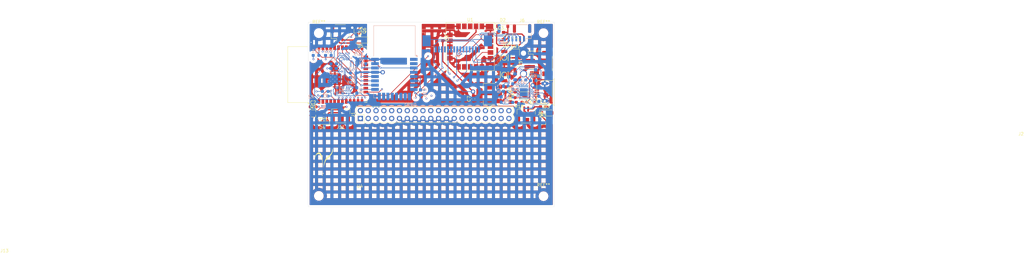
<source format=kicad_pcb>
(kicad_pcb (version 20241229) (generator "pcbnew") (generator_version "9.0")
  (layers (0 "F.Cu" signal) (4 "In1.Cu" signal) (6 "In2.Cu" signal) (2 "B.Cu" signal) (13 "F.Paste" user) (15 "B.Paste" user) (5 "F.SilkS" user "F.Silkscreen") (7 "B.SilkS" user "B.Silkscreen") (1 "F.Mask" user) (3 "B.Mask" user) (25 "Edge.Cuts" user))
  (net 0 "")
  (net 1 "GND")
  (net 2 "Net-(U5-REGOUT)")
  (net 3 "/ESP32/RXD")
  (net 4 "/ESP32/TXD")
  (net 5 "/ESP32/D-")
  (net 6 "/ESP32/D+")
  (net 7 "/ESP32/IO0")
  (net 8 "Net-(U6-CSB)")
  (net 9 "Net-(U6-SDO)")
  (net 10 "Net-(U5-~{CS})")
  (net 11 "Net-(U5-FSYNC)")
  (net 12 "Net-(U5-AD0{slash}MISO)")
  (net 19 "/ESP32/+5V")
  (net 32 "/ESP32/SPICSn")
  (net 35 "/ESP32/RST")
  (net 36 "/ESP32/IRQ")
  (net 37 "/ESP32/SPIMOSI")
  (net 40 "/ESP32/SPICLK")
  (net 42 "/ESP32/SPIMISO")
  (net 48 "/ESP32/I2CSCL")
  (net 49 "/ESP32/U2TXD")
  (net 50 "/ESP32/U2RXD")
  (net 51 "/ESP32/+BAT")
  (net 52 "/ESP32/I2CSDA")
  (net 54 "Net-(D6-Pad-)")
  (net 55 "/ESP32/-BAT")
  (net 59 "Net-(U2-STAT)")
  (net 61 "Net-(U3-VPP)")
  (net 62 "Net-(Q1-E)")
  (net 63 "/ESP32/EN")
  (net 64 "Net-(Q2-E)")
  (net 65 "/ESP32/PWM1")
  (net 66 "/ESP32/GPIO_AUX1")
  (net 67 "/ESP32/PWM3")
  (net 68 "/ESP32/PWM2")
  (net 69 "/ESP32/PWM4")
  (net 70 "/ESP32/GPIO_AUX2")
  (net 71 "Net-(U2-PROG)")
  (net 84 "Net-(D1-PadA)")
  (net 86 "Net-(Q2-B)")
  (net 87 "Net-(Q1-B)")
  (net 88 "/ESP32/+3V3")
  (net 89 "Net-(D2-A)")
  (net 90 "Net-(D3-A)")
  (net 91 "Net-(D4-A)")
  (net 92 "Net-(D5-A)")
  (net 93 "/ESP32/GPIO_AUX3")
  (net 94 "/ESP32/GPIO_AUX4")
  (net 95 "unconnected-(J4-MountPin-PadMP)")
  (net 105 "Net-(U4-IO35)")
  (footprint "MountingHole:MountingHole_2.7mm_M2.5" (layer "F.Cu") (at 63.5 106.5)
    (property "Reference" "REF**" (hide yes))
    (property "Value" "MountingHole_2.7mm_M2.5")
  )
  (footprint "ESP32 UWB v1.0:CHIPLED_0805_NOOUTLINE" (layer "F.Cu") (at 125.75 74.95)
    (property "Reference" "D1")
    (property "Value" "GREEN")
  )
  (footprint "ESP32 UWB v1.0:SOD323" (layer "F.Cu") (at 132.3 76 180)
    (property "Reference" "D6")
    (property "Value" "B5819WS")
  )
  (footprint "Connector_JST:JST_GH_BM02B-GHS-TBT_1x02-1MP_P1.25mm_Vertical" (layer "F.Cu") (at 129.525 53.4)
    (property "Reference" "J6")
    (property "Value" "Conn_01x02_MountingPin")
  )
  (footprint "Capacitor_SMD:C_0603_1608Metric_Pad1.08x0.95mm_HandSolder" (layer "F.Cu") (at 113.7 74.9125 90)
    (property "Reference" "C7")
    (property "Value" "10uF")
  )
  (footprint "Capacitor_SMD:C_0603_1608Metric_Pad1.08x0.95mm_HandSolder" (layer "F.Cu") (at 61.6375 77.5)
    (property "Reference" "C2")
    (property "Value" "0.1uF")
  )
  (footprint "Diode_SMD:D_SOD-123" (layer "F.Cu") (at 123.25 51.25)
    (property "Reference" "D2")
    (property "Value" "1N4148W")
  )
  (footprint "Package_DFN_QFN:DFN-8-1EP_3x2mm_P0.5mm_EP1.7x1.4mm" (layer "F.Cu") (at 130.45 73.75 180)
    (property "Reference" "U2")
    (property "Value" "MCP73831-2-MC")
  )
  (footprint "Capacitor_SMD:C_0603_1608Metric_Pad1.08x0.95mm_HandSolder" (layer "F.Cu") (at 103.75 55.1375 -90)
    (property "Reference" "C4")
    (property "Value" "0.1uF")
  )
  (footprint "Connector_JST:JST_GH_BM02B-GHS-TBT_1x02-1MP_P1.25mm_Vertical" (layer "F.Cu") (at 130.875 80.2 180)
    (property "Reference" "J9")
    (property "Value" "Conn_01x02_MountingPin")
  )
  (footprint "Diode_SMD:D_SOD-123" (layer "F.Cu") (at 137.6 79.5)
    (property "Reference" "D3")
    (property "Value" "1N4148W")
  )
  (footprint "RF_GPS:ublox_SAM-M8Q" (layer "F.Cu") (at 112.675 57.9)
    (property "Reference" "U1")
    (property "Value" "SAM-M8Q")
  )
  (footprint "Capacitor_SMD:C_0603_1608Metric_Pad1.08x0.95mm_HandSolder" (layer "F.Cu") (at 65.1375 80.25 180)
    (property "Reference" "C11")
    (property "Value" "0.1uF")
  )
  (footprint "Connector_JST:JST_GH_BM02B-GHS-TBT_1x02-1MP_P1.25mm_Vertical" (layer "F.Cu") (at 70.475 53.4)
    (property "Reference" "J13")
    (property "Value" "Conn_01x02_MountingPin")
  )
  (footprint "Connector_JST:JST_GH_BM02B-GHS-TBT_1x02-1MP_P1.25mm_Vertical" (layer "F.Cu") (at 70.625 80.1 180)
    (property "Reference" "J11")
    (property "Value" "Conn_01x02_MountingPin")
  )
  (footprint "Capacitor_SMD:C_0603_1608Metric_Pad1.08x0.95mm_HandSolder" (layer "F.Cu") (at 78.325 52.8875 90)
    (property "Reference" "C14")
    (property "Value" "0.1uF")
  )
  (footprint "Capacitor_SMD:C_0603_1608Metric_Pad1.08x0.95mm_HandSolder" (layer "F.Cu") (at 124.1 71.9125 -90)
    (property "Reference" "C9")
    (property "Value" "20uF")
  )
  (footprint "Diode_SMD:D_SOD-123" (layer "F.Cu") (at 64.6 82.25 180)
    (property "Reference" "D4")
    (property "Value" "1N4148W")
  )
  (footprint "ESP32 UWB v1.0:157SW" (layer "F.Cu") (at 123.75 59.4995 -90)
    (property "Reference" "FLASH1")
    (property "Value" "BUTTON")
  )
  (footprint "Package_TO_SOT_SMD:SOT-223-3_TabPin2" (layer "F.Cu") (at 118.85 73.3 180)
    (property "Reference" "U7")
    (property "Value" "TLV1117-33")
  )
  (footprint "Package_TO_SOT_SMD:SOT-323_SC-70" (layer "F.Cu") (at 61.75 79.65)
    (property "Reference" "Q5")
    (property "Value" "Si1308EDL")
  )
  (footprint "MountingHole:MountingHole_2.7mm_M2.5" (layer "F.Cu") (at 136.5 53.5)
    (property "Reference" "REF**")
    (property "Value" "MountingHole_2.7mm_M2.5")
  )
  (footprint "Package_TO_SOT_SMD:SOT-323_SC-70" (layer "F.Cu") (at 124.25 55.35 180)
    (property "Reference" "Q3")
    (property "Value" "Si1308EDL")
  )
  (footprint "Button_Switch_SMD:Nidec_Copal_CAS-120A" (layer "F.Cu") (at 127.35 61.55)
    (property "Reference" "SW1")
    (property "Value" "SW_Nidec_CAS-120A1")
  )
  (footprint "ESP32 UWB v1.0:157SW" (layer "F.Cu") (at 123.75 64.9995 -90)
    (property "Reference" "RST1")
    (property "Value" "BUTTON")
  )
  (footprint "Package_TO_SOT_SMD:SOT-323_SC-70" (layer "F.Cu") (at 136.5 82.15)
    (property "Reference" "Q4")
    (property "Value" "Si1308EDL")
  )
  (footprint "Connector_PinHeader_2.54mm:PinHeader_2x20_P2.54mm_Vertical" (layer "F.Cu") (at 77 81.29 90)
    (property "Reference" "J1")
    (property "Value" "Conn_02x20_Odd_Even")
  )
  (footprint "Capacitor_SMD:C_0603_1608Metric_Pad1.08x0.95mm_HandSolder" (layer "F.Cu") (at 122.6375 53.25)
    (property "Reference" "C3")
    (property "Value" "0.1uF")
  )
  (footprint "ESP32 UWB v1.0:MICRO-USB-5P" (layer "F.Cu") (at 134.329 72.734 90)
    (property "Reference" "J3")
    (property "Value" "USB-MICRO-5P")
  )
  (footprint "Resistor_SMD:R_0603_1608Metric_Pad0.98x0.95mm_HandSolder" (layer "F.Cu") (at 127.25 73.5875 90)
    (property "Reference" "R19")
    (property "Value" "2k")
  )
  (footprint "Package_TO_SOT_SMD:SOT-323_SC-70" (layer "F.Cu") (at 76.075 52.75 -90)
    (property "Reference" "Q6")
    (property "Value" "Si1308EDL")
  )
  (footprint "Diode_SMD:D_SOD-123" (layer "F.Cu") (at 77 55.75 180)
    (property "Reference" "D5")
    (property "Value" "1N4148W")
  )
  (footprint "MountingHole:MountingHole_2.7mm_M2.5" (layer "F.Cu") (at 136.5 106.6)
    (property "Reference" "REF**")
    (property "Value" "MountingHole_2.7mm_M2.5")
  )
  (footprint "Resistor_SMD:R_0603_1608Metric_Pad0.98x0.95mm_HandSolder" (layer "F.Cu") (at 128.5875 76 180)
    (property "Reference" "R18")
    (property "Value" "150")
  )
  (footprint "MountingHole:MountingHole_2.7mm_M2.5" (layer "F.Cu") (at 63.5 53.5)
    (property "Reference" "REF**")
    (property "Value" "MountingHole_2.7mm_M2.5")
  )
  (footprint "RF_Module:ESP32-WROOM-32D" (layer "F.Cu") (at 69.245 67 90)
    (property "Reference" "U4")
    (property "Value" "ESP32-WROOM-32E")
  )
  (footprint "Connector_JST:JST_PH_S2B-PH-SM4-TB_1x02-1MP_P2.00mm_Horizontal" (layer "F.Cu") (at 134.85 63.4 90)
    (property "Reference" "J5")
    (property "Value" "Conn_01x02_MountingPin")
  )
  (footprint "Capacitor_SMD:C_0603_1608Metric_Pad1.08x0.95mm_HandSolder" (layer "F.Cu") (at 136.3625 77.5)
    (property "Reference" "C5")
    (property "Value" "0.1uF")
  )
  (footprint "Resistor_SMD:R_0603_1608Metric_Pad0.98x0.95mm_HandSolder" (layer "B.Cu") (at 68.3375 63.5 180)
    (property "Reference" "R3")
    (property "Value" "10k")
  )
  (footprint "Capacitor_SMD:C_0603_1608Metric_Pad1.08x0.95mm_HandSolder" (layer "B.Cu") (at 74.6125 68)
    (property "Reference" "C1")
    (property "Value" "0.1uF")
  )
  (footprint "Capacitor_SMD:C_0603_1608Metric_Pad1.08x0.95mm_HandSolder" (layer "B.Cu") (at 122.75 75.1375 90)
    (property "Reference" "C6")
    (property "Value" "0.1uF")
  )
  (footprint "Capacitor_SMD:C_0603_1608Metric_Pad1.08x0.95mm_HandSolder" (layer "B.Cu") (at 123.5 71.6125 -90)
    (property "Reference" "C18")
    (property "Value" "0.1uF")
  )
  (footprint "Connector_FFC-FPC:TE_1-84952-5_1x15-1MP_P1.0mm_Horizontal" (layer "B.Cu") (at 108.49 57)
    (property "Reference" "J4")
    (property "Value" "Conn_01x15_MountingPin")
  )
  (footprint "Resistor_SMD:R_0603_1608Metric_Pad0.98x0.95mm_HandSolder" (layer "B.Cu") (at 65.5875 74 180)
    (property "Reference" "R2")
    (property "Value" "100k")
  )
  (footprint "Capacitor_SMD:C_0603_1608Metric_Pad1.08x0.95mm_HandSolder" (layer "B.Cu") (at 96.5 72.8625 90)
    (property "Reference" "C16")
    (property "Value" "0.1uF")
  )
  (footprint "Resistor_SMD:R_0603_1608Metric_Pad0.98x0.95mm_HandSolder" (layer "B.Cu") (at 70.3375 71.25)
    (property "Reference" "R16")
    (property "Value" "10k")
  )
  (footprint "Resistor_SMD:R_0603_1608Metric_Pad0.98x0.95mm_HandSolder" (layer "B.Cu") (at 66.5875 60.75 180)
    (property "Reference" "R10")
    (property "Value" "5k")
  )
  (footprint "Resistor_SMD:R_0603_1608Metric_Pad0.98x0.95mm_HandSolder" (layer "B.Cu") (at 70.3375 73 180)
    (property "Reference" "R17")
    (property "Value" "10k")
  )
  (footprint "Resistor_SMD:R_0603_1608Metric_Pad0.98x0.95mm_HandSolder" (layer "B.Cu") (at 129.8375 68.75 180)
    (property "Reference" "R9")
    (property "Value" "1k")
  )
  (footprint "Capacitor_SMD:C_0603_1608Metric_Pad1.08x0.95mm_HandSolder" (layer "B.Cu") (at 126.5 70.8875 90)
    (property "Reference" "C12")
    (property "Value" "10uF")
  )
  (footprint "ESP32 UWB v1.0:SOT23" (layer "B.Cu") (at 126.25 67.75 -90)
    (property "Reference" "Q2")
    (property "Value" "S8050")
  )
  (footprint "Package_DFN_QFN:QFN-24-1EP_4x4mm_P0.5mm_EP2.6x2.6mm" (layer "B.Cu") (at 130.0625 72.75 180)
    (property "Reference" "U3")
    (property "Value" "CP2104")
  )
  (footprint "Resistor_SMD:R_0603_1608Metric_Pad0.98x0.95mm_HandSolder" (layer "B.Cu") (at 133.1625 69 180)
    (property "Reference" "R8")
    (property "Value" "1k")
  )
  (footprint "Capacitor_SMD:C_0603_1608Metric_Pad1.08x0.95mm_HandSolder" (layer "B.Cu") (at 135 74.8875 -90)
    (property "Reference" "C10")
    (property "Value" "0.1uF")
  )
  (footprint "Resistor_SMD:R_0603_1608Metric_Pad0.98x0.95mm_HandSolder" (layer "B.Cu") (at 74.6625 69.5 180)
    (property "Reference" "R5")
    (property "Value" "10k")
  )
  (footprint "Resistor_SMD:R_0603_1608Metric_Pad0.98x0.95mm_HandSolder" (layer "B.Cu") (at 125 71.6625 90)
    (property "Reference" "R6")
    (property "Value" "10k")
  )
  (footprint "Capacitor_SMD:C_0603_1608Metric_Pad1.08x0.95mm_HandSolder" (layer "B.Cu") (at 75.825 72.1605 90)
    (property "Reference" "C8")
    (property "Value" "0.1uF")
  )
  (footprint "Resistor_SMD:R_0603_1608Metric_Pad0.98x0.95mm_HandSolder" (layer "B.Cu") (at 74.6625 66.5 180)
    (property "Reference" "R12")
    (property "Value" "10k")
  )
  (footprint "Connector_JST:JST_GH_BM06B-GHS-TBT_1x06-1MP_P1.25mm_Vertical" (layer "B.Cu") (at 127.025 53.4 180)
    (property "Reference" "J2")
    (property "Value" "Conn_01x06_MountingPin")
  )
  (footprint "RF_Module:DWM1000" (layer "B.Cu") (at 88.05 62.8488 180)
    (property "Reference" "DWM1")
    (property "Value" "DWM3000")
  )
  (footprint "Sensor_Motion:InvenSense_QFN-24_3x3mm_P0.4mm" (layer "B.Cu") (at 72.3505 63.5 180)
    (property "Reference" "U5")
    (property "Value" "MPU-9250_")
  )
  (footprint "Resistor_SMD:R_0603_1608Metric_Pad0.98x0.95mm_HandSolder" (layer "B.Cu") (at 65.5875 72.5)
    (property "Reference" "R1")
    (property "Value" "400k")
  )
  (footprint "Resistor_SMD:R_0603_1608Metric_Pad0.98x0.95mm_HandSolder" (layer "B.Cu") (at 62.5875 60.75 180)
    (property "Reference" "R11")
    (property "Value" "5k")
  )
  (footprint "Capacitor_SMD:C_0603_1608Metric_Pad1.08x0.95mm_HandSolder" (layer "B.Cu") (at 68.2875 65)
    (property "Reference" "C13")
    (property "Value" "0.1uF")
  )
  (footprint "Resistor_SMD:R_0603_1608Metric_Pad0.98x0.95mm_HandSolder" (layer "B.Cu") (at 78.75 62.5875 -90)
    (property "Reference" "R7")
    (property "Value" "10k")
  )
  (footprint "Resistor_SMD:R_0603_1608Metric_Pad0.98x0.95mm_HandSolder" (layer "B.Cu") (at 126.5 75.1625 -90)
    (property "Reference" "R4")
    (property "Value" "10k")
  )
  (footprint "Package_LGA:Bosch_LGA-8_2.5x2.5mm_P0.65mm_ClockwisePinNumbering" (layer "B.Cu") (at 73.6 72.073 180)
    (property "Reference" "U6")
    (property "Value" "BME280")
  )
  (footprint "ESP32 UWB v1.0:SOT23" (layer "B.Cu") (at 133.95 66.484 180)
    (property "Reference" "Q1")
    (property "Value" "S8050")
  )
  (gr_poly (pts (xy 64.442071 99.740412) (xy 64.442821 99.735628) (xy 64.444246 99.731179) (xy 64.446349 99.727041) (xy 64.449134 99.723187) (xy 64.452603 99.719591) (xy 64.45676 99.716228) (xy 64.461609 99.713071) (xy 64.467152 99.710096) (xy 64.473392 99.707275) (xy 64.480334 99.704583) (xy 64.487979 99.701995) (xy 64.496332 99.699485) (xy 64.515172 99.694593) (xy 64.536881 99.6897) (xy 64.571513 99.68258) (xy 64.602682 99.677798) (xy 64.616985 99.676304) (xy 64.630441 99.675418) (xy 64.643057 99.67515) (xy 64.654841 99.675507) (xy 64.665797 99.676496) (xy 64.675933 99.678127) (xy 64.685255 99.680407) (xy 64.69377 99.683344) (xy 64.701484 99.686947) (xy 64.708403 99.691223) (xy 64.714534 99.69618) (xy 64.719884 99.701827) (xy 64.724458 99.708172) (xy 64.728264 99.715222) (xy 64.731307 99.722986) (xy 64.733595 99.731472) (xy 64.735134 99.740688) (xy 64.735929 99.750642) (xy 64.735989 99.761342) (xy 64.735318 99.772796) (xy 64.733924 99.785013) (xy 64.731812 99.797999) (xy 64.728991 99.811764) (xy 64.725465 99.826316) (xy 64.716327 99.857811) (xy 64.70445 99.892548) (xy 64.693456 99.918901) (xy 64.68347 99.941726) (xy 64.674258 99.961012) (xy 64.669871 99.969324) (xy 64.665589 99.976746) (xy 64.661386 99.983276) (xy 64.657231 99.988913) (xy 64.653095 99.993656) (xy 64.64895 99.997502) (xy 64.644765 100.000451) (xy 64.640513 100.0025) (xy 64.636164 100.003648) (xy 64.63169 100.003893) (xy 64.62706 100.003234) (xy 64.622246 100.001669) (xy 64.617218 99.999196) (xy 64.611949 99.995814) (xy 64.606408 99.991522) (xy 64.600567 99.986317) (xy 64.594397 99.980197) (xy 64.587868 99.973163) (xy 64.573618 99.95634) (xy 64.557585 99.935835) (xy 64.539537 99.911636) (xy 64.519241 99.883728) (xy 64.500642 99.857132) (xy 64.484549 99.83343) (xy 64.470988 99.812415) (xy 64.465165 99.80285) (xy 64.459985 99.79388) (xy 64.455451 99.785478) (xy 64.451567 99.777619) (xy 64.448334 99.770277) (xy 64.445757 99.763425) (xy 64.443839 99.757039) (xy 64.442584 99.751092) (xy 64.441993 99.745558)) (fill yes) (layer "F.SilkS"))
  (gr_poly (pts (xy 62.155631 94.256922) (xy 62.169754 94.126084) (xy 62.188833 93.998284) (xy 62.212652 93.873716) (xy 62.241 93.752577) (xy 62.273663 93.635062) (xy 62.310427 93.521366) (xy 62.35108 93.411685) (xy 62.395409 93.306214) (xy 62.4432 93.205148) (xy 62.49424 93.108683) (xy 62.548316 93.017014) (xy 62.605215 92.930337) (xy 62.664724 92.848846) (xy 62.726629 92.772739) (xy 62.790718 92.702209) (xy 62.856776 92.637452) (xy 62.924592 92.578664) (xy 62.993951 92.52604) (xy 63.064641 92.479775) (xy 63.136449 92.440065) (xy 63.209161 92.407106) (xy 63.282564 92.381092) (xy 63.356445 92.362219) (xy 63.430591 92.350683) (xy 63.504789 92.346678) (xy 63.578825 92.350401) (xy 63.652487 92.362046) (xy 63.72556 92.381809) (xy 63.797833 92.409886) (xy 63.869092 92.446472) (xy 63.939123 92.491762) (xy 64.007714 92.545951) (xy 64.031453 92.569666) (xy 64.056238 92.597593) (xy 64.081876 92.629396) (xy 64.108173 92.664738) (xy 64.134935 92.703284) (xy 64.161968 92.744699) (xy 64.189079 92.788645) (xy 64.216073 92.834788) (xy 64.242758 92.882791) (xy 64.268938 92.932318) (xy 64.294421 92.983034) (xy 64.319013 93.034603) (xy 64.342519 93.086689) (xy 64.364747 93.138955) (xy 64.385501 93.191066) (xy 64.404589 93.242687) (xy 64.440618 93.358427) (xy 64.475782 93.49268) (xy 64.54253 93.808923) (xy 64.602871 94.175809) (xy 64.654841 94.577731) (xy 64.696475 94.999083) (xy 64.72581 95.42426) (xy 64.740882 95.837654) (xy 64.739728 96.223659) (xy 64.739426 96.290604) (xy 64.738556 96.352419) (xy 64.73717 96.408938) (xy 64.735318 96.459992) (xy 64.733053 96.505414) (xy 64.730426 96.545035) (xy 64.727489 96.578687) (xy 64.724294 96.606203) (xy 64.720892 96.627414) (xy 64.719129 96.635602) (xy 64.717335 96.642152) (xy 64.715514 96.647042) (xy 64.713674 96.65025) (xy 64.711822 96.651757) (xy 64.710892 96.651865) (xy 64.709962 96.65154) (xy 64.708103 96.64958) (xy 64.70625 96.645854) (xy 64.70441 96.640342) (xy 64.70259 96.633023) (xy 64.700795 96.623876) (xy 64.699033 96.61288) (xy 64.695631 96.585257) (xy 64.680196 96.392055) (xy 64.651533 96.091367) (xy 64.616256 95.724534) (xy 64.580978 95.332896) (xy 64.560286 95.130356) (xy 64.537811 94.939173) (xy 64.513424 94.758919) (xy 64.486995 94.589168) (xy 64.458397 94.429495) (xy 64.427499 94.279472) (xy 64.394172 94.138673) (xy 64.358287 94.006672) (xy 64.319714 93.883042) (xy 64.278326 93.767358) (xy 64.233992 93.659193) (xy 64.186583 93.55812) (xy 64.13597 93.463714) (xy 64.082025 93.375547) (xy 64.024617 93.293194) (xy 63.963617 93.216229) (xy 63.925284 93.172265) (xy 63.889289 93.132823) (xy 63.855077 93.09767) (xy 63.822092 93.066574) (xy 63.789779 93.039302) (xy 63.757583 93.015621) (xy 63.724947 92.995299) (xy 63.691316 92.978104) (xy 63.656135 92.963803) (xy 63.618849 92.952162) (xy 63.578901 92.942951) (xy 63.535736 92.935936) (xy 63.488798 92.930885) (xy 63.437533 92.927565) (xy 63.381385 92.925743) (xy 63.319797 92.925187) (xy 63.2145 92.928912) (xy 63.116554 92.940518) (xy 63.025455 92.96065) (xy 62.982315 92.974116) (xy 62.940699 92.989955) (xy 62.900542 93.008249) (xy 62.861782 93.029079) (xy 62.824357 93.052524) (xy 62.788202 93.078666) (xy 62.753255 93.107586) (xy 62.719453 93.139365) (xy 62.686733 93.174082) (xy 62.655032 93.211819) (xy 62.594434 93.296676) (xy 62.537158 93.394582) (xy 62.482697 93.506181) (xy 62.430549 93.632121) (xy 62.38021 93.773047) (xy 62.331175 93.929605) (xy 62.282942 94.102441) (xy 62.235005 94.292201) (xy 62.111534 94.777271)) (fill yes) (layer "F.SilkS"))
  (gr_poly (pts (xy 62.05 95.35) (xy 62.05059 95.30878) (xy 62.051542 95.271073) (xy 62.052829 95.236984) (xy 62.054427 95.206616) (xy 62.056309 95.180071) (xy 62.058449 95.157454) (xy 62.060822 95.138868) (xy 62.062087 95.131119) (xy 62.063401 95.124416) (xy 62.06476 95.118772) (xy 62.066162 95.114201) (xy 62.067602 95.110715) (xy 62.069077 95.108327) (xy 62.069827 95.107549) (xy 62.070585 95.10705) (xy 62.07135 95.106833) (xy 62.072122 95.106897) (xy 62.0729 95.107247) (xy 62.073684 95.107881) (xy 62.075269 95.110015) (xy 62.076874 95.113312) (xy 62.078495 95.117784) (xy 62.080129 95.123445) (xy 62.081772 95.130307) (xy 62.083422 95.138383) (xy 62.085075 95.147687) (xy 62.090863 95.194127) (xy 62.094997 95.246355) (xy 62.097477 95.302716) (xy 62.098304 95.361559) (xy 62.097477 95.421228) (xy 62.094997 95.48007) (xy 62.090863 95.536431) (xy 62.085075 95.588659) (xy 62.081772 95.61235) (xy 62.078495 95.630603) (xy 62.075269 95.643559) (xy 62.072122 95.65136) (xy 62.070585 95.653372) (xy 62.069077 95.654148) (xy 62.067602 95.653707) (xy 62.066162 95.652066) (xy 62.063401 95.645256) (xy 62.060822 95.633859) (xy 62.058449 95.618018) (xy 62.056309 95.597875) (xy 62.052829 95.545251) (xy 62.05059 95.477124) (xy 62.049798 95.394632)) (fill yes) (layer "F.SilkS"))
  (gr_poly (pts (xy 64.669454 99.001035) (xy 64.670292 99.000437) (xy 64.673582 98.999683) (xy 64.678939 98.999497) (xy 64.68626 98.999855) (xy 64.706379 99.002094) (xy 64.733113 99.006193) (xy 64.765635 99.011947) (xy 64.803118 99.019147) (xy 64.889658 99.037061) (xy 64.922439 99.043607) (xy 64.951395 99.050153) (xy 64.97663 99.056905) (xy 64.987885 99.060423) (xy 64.998248 99.064071) (xy 65.007733 99.067874) (xy 65.016352 99.071857) (xy 65.024118 99.076047) (xy 65.031045 99.08047) (xy 65.037145 99.085151) (xy 65.042431 99.090116) (xy 65.046916 99.095391) (xy 65.050613 99.101003) (xy 65.053535 99.106976) (xy 65.055695 99.113336) (xy 65.057105 99.12011) (xy 65.057779 99.127323) (xy 65.057729 99.135001) (xy 65.056969 99.143171) (xy 65.055512 99.151857) (xy 65.053369 99.161085) (xy 65.050555 99.170882) (xy 65.047082 99.181273) (xy 65.038211 99.203942) (xy 65.026859 99.229298) (xy 65.013131 99.257548) (xy 64.995927 99.288545) (xy 64.980505 99.315356) (xy 64.966583 99.33793) (xy 64.953875 99.356215) (xy 64.947887 99.363733) (xy 64.942097 99.370159) (xy 64.936468 99.375487) (xy 64.930965 99.379711) (xy 64.925552 99.382823) (xy 64.920195 99.384818) (xy 64.914856 99.385689) (xy 64.909502 99.38543) (xy 64.904096 99.384033) (xy 64.898602 99.381494) (xy 64.892986 99.377804) (xy 64.887212 99.372958) (xy 64.881244 99.36695) (xy 64.875047 99.359772) (xy 64.868585 99.351419) (xy 64.861822 99.341884) (xy 64.847254 99.319241) (xy 64.831057 99.291792) (xy 64.812949 99.259486) (xy 64.792645 99.22227) (xy 64.711064 99.069033) (xy 64.695837 99.041317) (xy 64.689283 99.02983) (xy 64.683504 99.020112) (xy 64.678551 99.012307) (xy 64.674477 99.006556) (xy 64.671334 99.003001) (xy 64.670127 99.002092) (xy 64.669172 99.001785)) (fill yes) (layer "F.SilkS"))
  (gr_poly (pts (xy 65.074867 96.893937) (xy 65.092742 96.718571) (xy 65.113279 96.546448) (xy 65.136452 96.377709) (xy 65.162234 96.212497) (xy 65.1906 96.050954) (xy 65.221524 95.893223) (xy 65.25498 95.739444) (xy 65.290943 95.589761) (xy 65.329386 95.444316) (xy 65.370283 95.30325) (xy 65.41361 95.166706) (xy 65.459339 95.034825) (xy 65.507446 94.907751) (xy 65.557903 94.785624) (xy 65.610686 94.668588) (xy 65.665769 94.556784) (xy 65.709612 94.470861) (xy 65.752344 94.391126) (xy 65.794715 94.31674) (xy 65.837473 94.246863) (xy 65.881367 94.180655) (xy 65.927148 94.117276) (xy 65.975565 94.055886) (xy 66.027366 93.995646) (xy 66.083301 93.935717) (xy 66.14412 93.875258) (xy 66.210572 93.813429) (xy 66.283406 93.749391) (xy 66.363371 93.682304) (xy 66.451216 93.611329) (xy 66.653547 93.454354) (xy 66.803923 93.336363) (xy 66.941264 93.223153) (xy 67.066177 93.113715) (xy 67.179269 93.007042) (xy 67.281147 92.902126) (xy 67.372418 92.797959) (xy 67.45369 92.693534) (xy 67.525569 92.587843) (xy 67.588664 92.479878) (xy 67.643581 92.368632) (xy 67.690928 92.253096) (xy 67.73131 92.132264) (xy 67.765337 92.005127) (xy 67.793615 91.870678) (xy 67.816751 91.727908) (xy 67.835352 91.575812) (xy 67.85623 91.389381) (xy 67.865196 91.314646) (xy 67.873387 91.251835) (xy 67.880957 91.200652) (xy 67.888063 91.160799) (xy 67.894858 91.131979) (xy 67.898188 91.121613) (xy 67.901499 91.113894) (xy 67.904809 91.108785) (xy 67.908139 91.106248) (xy 67.911508 91.106247) (xy 67.914934 91.108744) (xy 67.918439 91.113702) (xy 67.92204 91.121084) (xy 67.92961 91.142971) (xy 67.937801 91.174108) (xy 67.946766 91.214199) (xy 67.967643 91.32005) (xy 67.997185 91.486486) (xy 68.012981 91.651915) (xy 68.014928 91.816569) (xy 68.002922 91.98068) (xy 67.97686 92.144481) (xy 67.936638 92.308205) (xy 67.882154 92.472084) (xy 67.813304 92.63635) (xy 67.729984 92.801237) (xy 67.632092 92.966976) (xy 67.519523 93.1338) (xy 67.392175 93.301942) (xy 67.249945 93.471635) (xy 67.092728 93.64311) (xy 66.920421 93.816601) (xy 66.732922 93.992339) (xy 66.559098 94.151847) (xy 66.40066 94.304327) (xy 66.256459 94.451846) (xy 66.125345 94.596472) (xy 66.006169 94.74027) (xy 65.89778 94.885308) (xy 65.799028 95.033654) (xy 65.708764 95.187375) (xy 65.625839 95.348536) (xy 65.549101 95.519206) (xy 65.477403 95.701452) (xy 65.409592 95.89734) (xy 65.344521 96.108938) (xy 65.281039 96.338312) (xy 65.217996 96.58753) (xy 65.154242 96.858659) (xy 65.02195 97.423104)) (fill yes) (layer "F.SilkS"))
  (gr_rect (start 60 50) (end 140 110) (stroke (width 0.05)) (fill no) (layer "Edge.Cuts"))
  (segment (start 78.755 72.71) (end 83.04 72.71) (width 0.2) (layer "F.Cu") (net 1))
  (segment (start 126.25 72.75) (end 127.175 72.75) (width 0.2) (layer "F.Cu") (net 1))
  (segment (start 133 71.15) (end 133 70.5) (width 0.2) (layer "F.Cu") (net 1))
  (segment (start 128.5 73.5) (end 127.675 72.675) (width 0.2) (layer "F.Cu") (net 1))
  (segment (start 128.5 61.55) (end 130 60.05) (width 1) (layer "F.Cu") (net 1))
  (segment (start 113.7 75.775) (end 121.825 75.775) (width 0.6) (layer "F.Cu") (net 1))
  (segment (start 124.1 74.65) (end 123.15 75.6) (width 0.6) (layer "F.Cu") (net 1))
  (segment (start 122.3 56) (end 123.95 56) (width 0.4) (layer "F.Cu") (net 1))
  (segment (start 136.91175 71.734) (end 136.91175 73.766) (width 0.4) (layer "F.Cu") (net 1))
  (segment (start 121.825 75.775) (end 122 75.6) (width 0.2) (layer "F.Cu") (net 1))
  (segment (start 123.15 75.6) (end 122 75.6) (width 0.6) (layer "F.Cu") (net 1))
  (segment (start 133.99075 71.45) (end 135.449 71.45) (width 0.2) (layer "F.Cu") (net 1))
  (segment (start 133.3 71.45) (end 133.99075 71.45) (width 0.4) (layer "F.Cu") (net 1))
  (segment (start 123.95 56) (end 124.074 55.876) (width 0.4) (layer "F.Cu") (net 1))
  (segment (start 127.175 72.75) (end 127.25 72.675) (width 0.2) (layer "F.Cu") (net 1))
  (segment (start 136.91175 71.734) (end 136.91175 70.2608) (width 0.4) (layer "F.Cu") (net 1))
  (segment (start 75.425 51.75) (end 74.35 51.75) (width 0.4) (layer "F.Cu") (net 1))
  (segment (start 60.995 75.75) (end 60.995 77.28) (width 0.2) (layer "F.Cu") (net 1))
  (segment (start 136.62775 71.45) (end 136.91175 71.734) (width 0.2) (layer "F.Cu") (net 1))
  (segment (start 61 56.5) (end 61 58.245) (width 0.2) (layer "F.Cu") (net 1))
  (segment (start 60.995 77.28) (end 60.775 77.5) (width 0.2) (layer "F.Cu") (net 1))
  (segment (start 61 58.245) (end 60.995 58.25) (width 0.2) (layer "F.Cu") (net 1))
  (segment (start 127.675 72.675) (end 127.25 72.675) (width 0.2) (layer "F.Cu") (net 1))
  (segment (start 133.99075 71.45) (end 136.62775 71.45) (width 0.4) (layer "F.Cu") (net 1))
  (segment (start 60.995 74.255) (end 61.25 74) (width 0.2) (layer "F.Cu") (net 1))
  (segment (start 60.995 75.75) (end 60.995 74.255) (width 0.2) (layer "F.Cu") (net 1))
  (segment (start 133.3 71.45) (end 133 71.15) (width 0.4) (layer "F.Cu") (net 1))
  (segment (start 130 60.05) (end 129.5 60.05) (width 1) (layer "F.Cu") (net 1))
  (segment (start 83.04 72.71) (end 84 71.75) (width 0.2) (layer "F.Cu") (net 1))
  (segment (start 124.074 55.876) (end 125.25 54.7) (width 0.4) (layer "F.Cu") (net 1))
  (segment (start 136.91175 75.2392) (end 136.58155 75.5694) (width 0.2) (layer "F.Cu") (net 1))
  (segment (start 136.91175 70.2608) (end 136.58155 69.9306) (width 0.2) (layer "F.Cu") (net 1))
  (segment (start 123.75 63.5) (end 123.75 64.9995) (width 0.2) (layer "F.Cu") (net 1))
  (segment (start 124.1 72.775) (end 124.1 74.65) (width 0.6) (layer "F.Cu") (net 1))
  (segment (start 136.91175 73.766) (end 136.91175 75.2392) (width 0.4) (layer "F.Cu") (net 1))
  (segment (start 122.05 55.75) (end 122.176 55.876) (width 0.2) (layer "F.Cu") (net 1))
  (segment (start 122.176 55.876) (end 122.3 56) (width 0.4) (layer "F.Cu") (net 1))
  (segment (start 129 73.5) (end 128.5 73.5) (width 0.2) (layer "F.Cu") (net 1))
  (via (at 127.75 70.25) (size 0.6) (drill 0.3) (layers "F.Cu" "B.Cu") (net 1))
  (via (at 130 60.05) (size 2.3) (drill 1.7) (layers "F.Cu" "B.Cu") (net 1))
  (via (at 61.25 74) (size 0.6) (drill 0.3) (layers "F.Cu" "B.Cu") (net 1))
  (via (at 63.25 73.75) (size 0.6) (drill 0.3) (layers "F.Cu" "B.Cu") (net 1))
  (via (at 133 70.5) (size 1.4) (drill 0.8) (layers "F.Cu" "B.Cu") (net 1))
  (via (at 74.35 51.75) (size 1.4) (drill 0.8) (layers "F.Cu" "B.Cu") (net 1))
  (via (at 61 56.5) (size 0.6) (drill 0.3) (layers "F.Cu" "B.Cu") (net 1))
  (via (at 71 61.35) (size 0.6) (drill 0.3) (layers "F.Cu" "B.Cu") (net 1))
  (via (at 126.25 72.75) (size 0.6) (drill 0.3) (layers "F.Cu" "B.Cu") (net 1))
  (via (at 84.25 66.25) (size 1.4) (drill 0.8) (layers "F.Cu" "B.Cu") (net 1))
  (via (at 84 71.75) (size 0.6) (drill 0.3) (layers "F.Cu" "B.Cu") (net 1))
  (via (at 122.05 55.75) (size 0.8) (drill 0.5) (layers "F.Cu" "B.Cu") (net 1))
  (segment (start 75.575 68.1) (end 75.475 68) (width 0.2) (layer "B.Cu") (net 1))
  (segment (start 69.4 65) (end 69.4 64.927226) (width 0.2) (layer "B.Cu") (net 1))
  (segment (start 73.822749 72.352251) (end 73.925 72.25) (width 0.2) (layer "B.Cu") (net 1))
  (segment (start 72.105068 72.352251) (end 73.822749 72.352251) (width 0.2) (layer "B.Cu") (net 1))
  (segment (start 81.75 66.25) (end 75.825 66.25) (width 0.4) (layer "B.Cu") (net 1))
  (segment (start 94.35 71.85) (end 94.35 72.35) (width 0.2) (layer "B.Cu") (net 1))
  (segment (start 75.575 66.5) (end 75.575 62.675) (width 0.4) (layer "B.Cu") (net 1))
  (segment (start 73.925 72.25) (end 73.925 72.075) (width 0.2) (layer "B.Cu") (net 1))
  (segment (start 70.1844 63.9656) (end 69.15 65) (width 0.2) (layer "B.Cu") (net 1))
  (segment (start 73.925 73.098) (end 73.925 72.25) (width 0.2) (layer "B.Cu") (net 1))
  (segment (start 75.825 66.25) (end 75.575 66.5) (width 0.2) (layer "B.Cu") (net 1))
  (segment (start 123.5 55.75) (end 123.9 55.35) (width 0.2) (layer "B.Cu") (net 1))
  (segment (start 82.08 78.75) (end 82.08 76.83) (width 0.2) (layer "B.Cu") (net 1))
  (segment (start 69.425 73) (end 70.201 72.224) (width 0.2) (layer "B.Cu") (net 1))
  (segment (start 136.5284 75.5534) (end 136.9198 75.5534) (width 0.2) (layer "B.Cu") (net 1))
  (segment (start 70.601 61.35) (end 70.1844 61.7666) (width 0.2) (layer "B.Cu") (net 1))
  (segment (start 75.575 69.5) (end 75.575 71.048) (width 0.4) (layer "B.Cu") (net 1))
  (segment (start 75.575 69.5) (end 75.575 68.1) (width 0.4) (layer "B.Cu") (net 1))
  (segment (start 71.7505 62.3505) (end 71.7505 61.7505) (width 0.2) (layer "B.Cu") (net 1))
  (segment (start 81.75 62.05) (end 81.75 63.45) (width 0.2) (layer "B.Cu") (net 1))
  (segment (start 74.575 71.425) (end 74.575 71.048) (width 0.2) (layer "B.Cu") (net 1))
  (segment (start 76.125 62.125) (end 76.575 61.675) (width 0.4) (layer "B.Cu") (net 1))
  (segment (start 81.75 62.05) (end 80.05 62.05) (width 0.2) (layer "B.Cu") (net 1))
  (segment (start 70.201 72.224) (end 71.976817 72.224) (width 0.2) (layer "B.Cu") (net 1))
  (segment (start 122.05 55.75) (end 123.5 55.75) (width 0.2) (layer "B.Cu") (net 1))
  (segment (start 123.5 72.475) (end 123.5 73.525) (width 0.2) (layer "B.Cu") (net 1))
  (segment (start 81.75 66.25) (end 84.25 66.25) (width 0.4) (layer "B.Cu") (net 1))
  (segment (start 132 72) (end 130.8125 72) (width 0.2) (layer "B.Cu") (net 1))
  (segment (start 79.675 61.675) (end 78.75 61.675) (width 0.2) (layer "B.Cu") (net 1))
  (segment (start 70.1844 63.0166) (end 70.1844 63.9656) (width 0.2) (layer "B.Cu") (net 1))
  (segment (start 75.575 62.675) (end 76.125 62.125) (width 0.4) (layer "B.Cu") (net 1))
  (segment (start 126.5 70.025) (end 127.525 70.025) (width 0.2) (layer "B.Cu") (net 1))
  (segment (start 132 72) (end 132.661539 72) (width 0.2) (layer "B.Cu") (net 1))
  (segment (start 63.25 73.75) (end 63.5 74) (width 0.2) (layer "B.Cu") (net 1))
  (segment (start 74.702 71.298) (end 75.825 71.298) (width 0.2) (layer "B.Cu") (net 1))
  (segment (start 71.35 61.35) (end 71 61.35) (width 0.2) (layer "B.Cu") (net 1))
  (segment (start 130.8125 72) (end 130.0625 72.75) (width 0.2) (layer "B.Cu") (net 1))
  (segment (start 132.661539 72) (end 133 71.661539) (width 0.2) (layer "B.Cu") (net 1))
  (segment (start 75.575 66.5) (end 75.575 67.9) (width 0.4) (layer "B.Cu") (net 1))
  (segment (start 70.8505 62.5) (end 70.1844 62.5) (width 0.2) (layer "B.Cu") (net 1))
  (segment (start 76.575 61.675) (end 78.75 61.675) (width 0.4) (layer "B.Cu") (net 1))
  (segment (start 74.575 71.425) (end 74.702 71.298) (width 0.2) (layer "B.Cu") (net 1))
  (segment (start 71 61.35) (end 70.601 61.35) (width 0.2) (layer "B.Cu") (net 1))
  (segment (start 123.5 73.525) (end 122.75 74.275) (width 0.2) (layer "B.Cu") (net 1))
  (segment (start 70.1844 62.5) (end 70.1844 63.0166) (width 0.2) (layer "B.Cu") (net 1))
  (segment (start 133 71.5) (end 133 70.5) (width 0.2) (layer "B.Cu") (net 1))
  (segment (start 71.7505 61.7505) (end 71.35 61.35) (width 0.2) (layer "B.Cu") (net 1))
  (segment (start 71.976817 72.224) (end 72.105068 72.352251) (width 0.2) (layer "B.Cu") (net 1))
  (segment (start 95.75 73.75) (end 96.5 73.75) (width 0.2) (layer "B.Cu") (net 1))
  (segment (start 63.5 74) (end 64.675 74) (width 0.2) (layer "B.Cu") (net 1))
  (segment (start 75.575 67.9) (end 75.475 68) (width 0.2) (layer "B.Cu") (net 1))
  (segment (start 75.575 71.048) (end 75.825 71.298) (width 0.2) (layer "B.Cu") (net 1))
  (segment (start 73.925 72.075) (end 74.575 71.425) (width 0.2) (layer "B.Cu") (net 1))
  (segment (start 70.1844 61.7666) (end 70.1844 62.5) (width 0.2) (layer "B.Cu") (net 1))
  (segment (start 80.05 62.05) (end 79.675 61.675) (width 0.2) (layer "B.Cu") (net 1))
  (segment (start 94.35 72.35) (end 95.75 73.75) (width 0.2) (layer "B.Cu") (net 1))
  (segment (start 127.525 70.025) (end 127.75 70.25) (width 0.2) (layer "B.Cu") (net 1))
  (segment (start 135 74.025) (end 136.5284 75.5534) (width 0.2) (layer "B.Cu") (net 1))
  (segment (start 133 71.661539) (end 133 71.5) (width 0.2) (layer "B.Cu") (net 1))
  (segment (start 72.75 68) (end 73.75 68) (width 0.2) (layer "B.Cu") (net 2))
  (segment (start 72.1505 65) (end 72.1505 67.4005) (width 0.2) (layer "B.Cu") (net 2))
  (segment (start 72.1505 67.4005) (end 72.75 68) (width 0.2) (layer "B.Cu") (net 2))
  (segment (start 66.075 59.425) (end 66 59.5) (width 0.2) (layer "F.Cu") (net 3))
  (segment (start 66.075 58.25) (end 66.075 59.425) (width 0.2) (layer "F.Cu") (net 3))
  (via (at 129.031862 69.921496) (size 0.6) (drill 0.3) (layers "F.Cu" "B.Cu") (net 3))
  (via (at 66 59.5) (size 0.6) (drill 0.3) (layers "F.Cu" "B.Cu") (net 3))
  (segment (start 129.3125 70.202134) (end 129.031862 69.921496) (width 0.2) (layer "B.Cu") (net 3))
  (segment (start 129.3125 70.8125) (end 129.3125 70.202134) (width 0.2) (layer "B.Cu") (net 3))
  (segment (start 64.805 58.25) (end 64.805 59.445) (width 0.2) (layer "F.Cu") (net 4))
  (segment (start 64.75 59.5) (end 64.805 59.445) (width 0.2) (layer "F.Cu") (net 4))
  (via (at 130.080408 69.925176) (size 0.6) (drill 0.3) (layers "F.Cu" "B.Cu") (net 4))
  (via (at 64.75 59.5) (size 0.6) (drill 0.3) (layers "F.Cu" "B.Cu") (net 4))
  (segment (start 129.8125 70.8125) (end 129.8125 70.193084) (width 0.2) (layer "B.Cu") (net 4))
  (segment (start 129.8125 70.193084) (end 130.080408 69.925176) (width 0.2) (layer "B.Cu") (net 4))
  (segment (start 133.031224 73.299224) (end 133.116 73.384) (width 0.2) (layer "F.Cu") (net 5))
  (segment (start 133.116 73.384) (end 134.329 73.384) (width 0.2) (layer "F.Cu") (net 5))
  (segment (start 134.213 73.5) (end 134.329 73.384) (width 0.2) (layer "F.Cu") (net 5))
  (segment (start 132.963448 73.299224) (end 133.031224 73.299224) (width 0.2) (layer "F.Cu") (net 5))
  (via (at 132.963448 73.299224) (size 0.6) (drill 0.3) (layers "F.Cu" "B.Cu") (net 5))
  (segment (start 132.664224 73) (end 132.963448 73.299224) (width 0.2) (layer "B.Cu") (net 5))
  (segment (start 132 73) (end 132.664224 73) (width 0.2) (layer "B.Cu") (net 5))
  (segment (start 133 72.511482) (end 133 72.683465) (width 0.2) (layer "F.Cu") (net 6))
  (segment (start 133.010854 72.500628) (end 133.010854 72.510911) (width 0.2) (layer "F.Cu") (net 6))
  (segment (start 133.010854 72.500628) (end 133 72.511482) (width 0.2) (layer "F.Cu") (net 6))
  (segment (start 133.233943 72.734) (end 134.329 72.734) (width 0.2) (layer "F.Cu") (net 6))
  (segment (start 133.010854 72.510911) (end 133.233943 72.734) (width 0.2) (layer "F.Cu") (net 6))
  (via (at 133.010854 72.500628) (size 0.6) (drill 0.3) (layers "F.Cu" "B.Cu") (net 6))
  (segment (start 132 72.5) (end 133.010226 72.5) (width 0.2) (layer "B.Cu") (net 6))
  (segment (start 132.874943 72.500057) (end 132.8125 72.5625) (width 0.2) (layer "B.Cu") (net 6))
  (segment (start 133.010854 72.500628) (end 133.010283 72.500057) (width 0.2) (layer "B.Cu") (net 6))
  (segment (start 133.010283 72.500057) (end 132.874943 72.500057) (width 0.2) (layer "B.Cu") (net 6))
  (segment (start 133.010226 72.5) (end 133.010854 72.500628) (width 0.2) (layer "B.Cu") (net 6))
  (segment (start 77.505 58.25) (end 77.505 59.205) (width 0.2) (layer "F.Cu") (net 7))
  (segment (start 124 58.5) (end 123.75 58.75) (width 0.2) (layer "F.Cu") (net 7))
  (segment (start 77.505 59.205) (end 77.8 59.5) (width 0.2) (layer "F.Cu") (net 7))
  (segment (start 123.75 58.75) (end 123.75 59.4995) (width 0.2) (layer "F.Cu") (net 7))
  (via (at 129 65.299) (size 0.6) (drill 0.3) (layers "F.Cu" "B.Cu") (net 7))
  (via (at 124.681834 75.224438) (size 0.6) (drill 0.3) (layers "F.Cu" "B.Cu") (net 7))
  (via (at 77.8 59.5) (size 0.6) (drill 0.3) (layers "F.Cu" "B.Cu") (net 7))
  (via (at 124 58.5) (size 0.6) (drill 0.3) (layers "F.Cu" "B.Cu") (net 7))
  (segment (start 124.681834 75.224438) (end 125.532396 76.075) (width 0.2) (layer "B.Cu") (net 7))
  (segment (start 122.75 76) (end 123.352872 76.602872) (width 0.2) (layer "B.Cu") (net 7))
  (segment (start 125.004524 76.602872) (end 125.532396 76.075) (width 0.2) (layer "B.Cu") (net 7))
  (segment (start 133.781 65.299) (end 129 65.299) (width 0.2) (layer "B.Cu") (net 7))
  (segment (start 133.95 65.468) (end 133.781 65.299) (width 0.2) (layer "B.Cu") (net 7))
  (segment (start 125.532396 76.075) (end 126.5 76.075) (width 0.2) (layer "B.Cu") (net 7))
  (segment (start 123.352872 76.602872) (end 125.004524 76.602872) (width 0.2) (layer "B.Cu") (net 7))
  (segment (start 129 65.299) (end 128.951 65.299) (width 0.2) (layer "B.Cu") (net 7))
  (segment (start 73.824 70.497) (end 73.925 70.598) (width 0.2) (layer "B.Cu") (net 8))
  (segment (start 72.028 70.497) (end 73.824 70.497) (width 0.2) (layer "B.Cu") (net 8))
  (segment (start 73.925 70.598) (end 73.925 71.048) (width 0.2) (layer "B.Cu") (net 8))
  (segment (start 71.25 71.275) (end 72.028 70.497) (width 0.2) (layer "B.Cu") (net 8))
  (segment (start 71.402 73.098) (end 71.25 73.25) (width 0.2) (layer "B.Cu") (net 9))
  (segment (start 72.625 73.098) (end 71.402 73.098) (width 0.2) (layer "B.Cu") (net 9))
  (segment (start 72.5505 62.3505) (end 72.5505 61.8005) (width 0.2) (layer "B.Cu") (net 10))
  (segment (start 71.5 60.75) (end 70.25 60.75) (width 0.2) (layer "B.Cu") (net 10))
  (segment (start 70.25 60.75) (end 69.25 61.75) (width 0.2) (layer "B.Cu") (net 10))
  (segment (start 72.5505 61.8005) (end 71.5 60.75) (width 0.2) (layer "B.Cu") (net 10))
  (segment (start 69.25 61.75) (end 69.25 63.5) (width 0.2) (layer "B.Cu") (net 10))
  (segment (start 71.7505 68.5005) (end 72.75 69.5) (width 0.2) (layer "B.Cu") (net 11))
  (segment (start 71.7505 65) (end 71.7505 68.5005) (width 0.2) (layer "B.Cu") (net 11))
  (segment (start 72.75 69.5) (end 73.75 69.5) (width 0.2) (layer "B.Cu") (net 11))
  (segment (start 72.5505 66.0505) (end 73 66.5) (width 0.2) (layer "B.Cu") (net 12))
  (segment (start 72.5505 65) (end 72.5505 66.0505) (width 0.2) (layer "B.Cu") (net 12))
  (segment (start 73.75 66.5) (end 73 66.5) (width 0.2) (layer "B.Cu") (net 12))
  (segment (start 133.5 76) (end 134 75.5) (width 0.4) (layer "F.Cu") (net 19))
  (segment (start 134 74.363) (end 134.329 74.034) (width 0.4) (layer "F.Cu") (net 19))
  (segment (start 134.329 74.034) (end 133.216 74.034) (width 0.2) (layer "F.Cu") (net 19))
  (segment (start 133.216 74.034) (end 133 74.25) (width 0.2) (layer "F.Cu") (net 19))
  (segment (start 134 75.5) (end 134 74.363) (width 0.4) (layer "F.Cu") (net 19))
  (via (at 133 74.25) (size 0.6) (drill 0.3) (layers "F.Cu" "B.Cu") (net 19))
  (segment (start 134.25 73) (end 136.25 73) (width 0.2) (layer "B.Cu") (net 19))
  (segment (start 133 74.25) (end 134.25 73) (width 0.2) (layer "B.Cu") (net 19))
  (segment (start 132.151 76.651) (end 137.627601 76.651) (width 0.2) (layer "B.Cu") (net 19))
  (segment (start 138.3638 75.1138) (end 138.3638 75.8862) (width 0.2) (layer "B.Cu") (net 19))
  (segment (start 136.25 73) (end 138.25 75) (width 0.2) (layer "B.Cu") (net 19))
  (segment (start 138.3638 75.8862) (end 138.25 76) (width 0.2) (layer "B.Cu") (net 19))
  (segment (start 137.627601 76.651) (end 138.264301 76.0143) (width 0.2) (layer "B.Cu") (net 19))
  (segment (start 130.8125 74.6875) (end 130.8125 75.3125) (width 0.2) (layer "B.Cu") (net 19))
  (segment (start 138.25 75) (end 138.3638 75.1138) (width 0.2) (layer "B.Cu") (net 19))
  (segment (start 130.8125 75.3125) (end 132.151 76.651) (width 0.2) (layer "B.Cu") (net 19))
  (segment (start 72.425 58.25) (end 72.425 59.275) (width 0.2) (layer "F.Cu") (net 32))
  (segment (start 72.425 59.275) (end 73.25 60.1) (width 0.2) (layer "F.Cu") (net 32))
  (via (at 73.25 60.1) (size 0.6) (drill 0.3) (layers "F.Cu" "B.Cu") (net 32))
  (via (at 77.25 72) (size 0.6) (drill 0.3) (layers "F.Cu" "B.Cu") (net 32))
  (segment (start 77.25 72) (end 77.4012 71.8488) (width 0.2) (layer "B.Cu") (net 32))
  (segment (start 77.4012 71.8488) (end 81.75 71.8488) (width 0.2) (layer "B.Cu") (net 32))
  (segment (start 83.5 64.75) (end 81.25 62.5) (width 0.2) (layer "F.Cu") (net 35))
  (segment (start 81.25 62.5) (end 78.805 62.5) (width 0.2) (layer "F.Cu") (net 35))
  (segment (start 78.805 62.5) (end 78.755 62.55) (width 0.2) (layer "F.Cu") (net 35))
  (via (at 83.5 64.75) (size 0.6) (drill 0.3) (layers "F.Cu" "B.Cu") (net 35))
  (segment (start 83.6 64.85) (end 94.35 64.85) (width 0.2) (layer "B.Cu") (net 35))
  (segment (start 83.5 64.75) (end 83.6 64.85) (width 0.2) (layer "B.Cu") (net 35))
  (segment (start 77.475029 60.024972) (end 76.235 58.784943) (width 0.2) (layer "F.Cu") (net 36))
  (segment (start 77.475029 64.774971) (end 77.475029 60.024972) (width 0.2) (layer "F.Cu") (net 36))
  (segment (start 76.235 58.784943) (end 76.235 58.25) (width 0.2) (layer "F.Cu") (net 36))
  (via (at 77.475029 64.774971) (size 0.6) (drill 0.3) (layers "F.Cu" "B.Cu") (net 36))
  (segment (start 78.75 64.1) (end 78 64.85) (width 0.2) (layer "B.Cu") (net 36))
  (segment (start 78.75 63.5) (end 78.75 64.1) (width 0.2) (layer "B.Cu") (net 36))
  (segment (start 77.475029 64.774971) (end 77.550058 64.85) (width 0.2) (layer "B.Cu") (net 36))
  (segment (start 77.550058 64.85) (end 78 64.85) (width 0.2) (layer "B.Cu") (net 36))
  (segment (start 81.75 64.85) (end 78 64.85) (width 0.2) (layer "B.Cu") (net 36))
  (segment (start 68.149 61.399) (end 77.25 70.5) (width 0.2) (layer "F.Cu") (net 37))
  (segment (start 62.265 58.25) (end 62.265 59.114943) (width 0.2) (layer "F.Cu") (net 37))
  (segment (start 64.549057 61.399) (end 68.149 61.399) (width 0.2) (layer "F.Cu") (net 37))
  (segment (start 62.265 59.114943) (end 64.549057 61.399) (width 0.2) (layer "F.Cu") (net 37))
  (via (at 77.25 70.5) (size 0.6) (drill 0.3) (layers "F.Cu" "B.Cu") (net 37))
  (segment (start 77.25 70.5) (end 77.3012 70.4488) (width 0.2) (layer "B.Cu") (net 37))
  (segment (start 77.3012 70.4488) (end 81.75 70.4488) (width 0.2) (layer "B.Cu") (net 37))
  (segment (start 77.25 66) (end 71.155 59.905) (width 0.2) (layer "F.Cu") (net 40))
  (segment (start 77.25 67.75) (end 77.25 66) (width 0.2) (layer "F.Cu") (net 40))
  (segment (start 71.155 59.905) (end 71.155 58.25) (width 0.2) (layer "F.Cu") (net 40))
  (via (at 77.25 67.75) (size 0.6) (drill 0.3) (layers "F.Cu" "B.Cu") (net 40))
  (segment (start 77.35 67.65) (end 81.75 67.65) (width 0.2) (layer "B.Cu") (net 40))
  (segment (start 77.25 67.75) (end 77.35 67.65) (width 0.2) (layer "B.Cu") (net 40))
  (segment (start 69.649 58.486) (end 69.885 58.25) (width 0.2) (layer "F.Cu") (net 42))
  (segment (start 69.649 61.748943) (end 69.649 58.486) (width 0.2) (layer "F.Cu") (net 42))
  (segment (start 77.25 69) (end 76.900057 69) (width 0.2) (layer "F.Cu") (net 42))
  (segment (start 76.900057 69) (end 69.649 61.748943) (width 0.2) (layer "F.Cu") (net 42))
  (via (at 77.25 69) (size 0.6) (drill 0.3) (layers "F.Cu" "B.Cu") (net 42))
  (segment (start 77.3 69.05) (end 81.75 69.05) (width 0.2) (layer "B.Cu") (net 42))
  (segment (start 77.25 69) (end 77.3 69.05) (width 0.2) (layer "B.Cu") (net 42))
  (segment (start 63.5 59.5) (end 63.535 59.465) (width 0.2) (layer "F.Cu") (net 48))
  (segment (start 114 62.400057) (end 116.600057 59.8) (width 0.2) (layer "F.Cu") (net 48))
  (segment (start 116.600057 59.8) (end 119.275 59.8) (width 0.2) (layer "F.Cu") (net 48))
  (segment (start 63.535 59.465) (end 63.535 58.25) (width 0.2) (layer "F.Cu") (net 48))
  (segment (start 114 63) (end 114 62.400057) (width 0.2) (layer "F.Cu") (net 48))
  (via (at 114 63) (size 0.6) (drill 0.3) (layers "F.Cu" "B.Cu") (net 48))
  (via (at 70.25 60.101) (size 0.6) (drill 0.3) (layers "F.Cu" "B.Cu") (net 48))
  (via (at 63.5 59.5) (size 0.6) (drill 0.3) (layers "F.Cu" "B.Cu") (net 48))
  (via (at 72.519824 71.751251) (size 0.6) (drill 0.3) (layers "F.Cu" "B.Cu") (net 48))
  (segment (start 72.9515 61.976726) (end 72.9505 61.977726) (width 0.2) (layer "B.Cu") (net 48))
  (segment (start 120.5 63) (end 114 63) (width 0.2) (layer "B.Cu") (net 48))
  (segment (start 63.5 59.5) (end 63.5 60.75) (width 0.2) (layer "B.Cu") (net 48))
  (segment (start 72.9505 61.977726) (end 72.9505 62.3505) (width 0.2) (layer "B.Cu") (net 48))
  (segment (start 126.4 55.35) (end 126.4 57.1) (width 0.2) (layer "B.Cu") (net 48))
  (segment (start 114 63) (end 113.49 62.49) (width 0.2) (layer "B.Cu") (net 48))
  (segment (start 72.625 71.646075) (end 72.625 71.048) (width 0.2) (layer "B.Cu") (net 48))
  (segment (start 72.519824 71.751251) (end 72.625 71.646075) (width 0.2) (layer "B.Cu") (net 48))
  (segment (start 70.25 60.101) (end 71.4181 60.101) (width 0.2) (layer "B.Cu") (net 48))
  (segment (start 126.4 57.1) (end 120.5 63) (width 0.2) (layer "B.Cu") (net 48))
  (segment (start 113.49 62.49) (end 113.49 58.8) (width 0.2) (layer "B.Cu") (net 48))
  (segment (start 71.4181 60.101) (end 72.9515 61.6344) (width 0.2) (layer "B.Cu") (net 48))
  (segment (start 72.9515 61.6344) (end 72.9515 61.976726) (width 0.2) (layer "B.Cu") (net 48))
  (segment (start 112 59.5) (end 116.25 55.25) (width 0.2) (layer "F.Cu") (net 49))
  (segment (start 75.5 59.901) (end 74.901 59.901) (width 0.2) (layer "F.Cu") (net 49))
  (segment (start 109.698553 59.5) (end 112 59.5) (width 0.2) (layer "F.Cu") (net 49))
  (segment (start 116.25 54.75) (end 116.25 55.227) (width 0.2) (layer "F.Cu") (net 49))
  (segment (start 116.25 55.25) (end 116.25 55.227) (width 0.2) (layer "F.Cu") (net 49))
  (segment (start 118.923 57.9) (end 119.275 57.9) (width 0.2) (layer "F.Cu") (net 49))
  (segment (start 74.901 59.901) (end 73.695 58.695) (width 0.2) (layer "F.Cu") (net 49))
  (segment (start 116.25 55.227) (end 118.923 57.9) (width 0.2) (layer "F.Cu") (net 49))
  (segment (start 108.881314 60.317239) (end 109.698553 59.5) (width 0.2) (layer "F.Cu") (net 49))
  (segment (start 73.695 58.695) (end 73.695 58.25) (width 0.2) (layer "F.Cu") (net 49))
  (via (at 116.25 54.75) (size 0.6) (drill 0.3) (layers "F.Cu" "B.Cu") (net 49))
  (via (at 108.881314 60.317239) (size 0.6) (drill 0.3) (layers "F.Cu" "B.Cu") (net 49))
  (via (at 75.5 59.901) (size 0.6) (drill 0.3) (layers "F.Cu" "B.Cu") (net 49))
  (segment (start 123.551 54.199) (end 127.348999 54.199) (width 0.2) (layer "B.Cu") (net 49))
  (segment (start 121 54.5) (end 123.25 54.5) (width 0.2) (layer "B.Cu") (net 49))
  (segment (start 120.399 53.899) (end 121 54.5) (width 0.2) (layer "B.Cu") (net 49))
  (segment (start 116.25 54.488) (end 116.839 53.899) (width 0.2) (layer "B.Cu") (net 49))
  (segment (start 123.25 54.5) (end 123.551 54.199) (width 0.2) (layer "B.Cu") (net 49))
  (segment (start 127.348999 54.199) (end 127.65 54.500001) (width 0.2) (layer "B.Cu") (net 49))
  (segment (start 127.65 54.500001) (end 127.65 55.35) (width 0.2) (layer "B.Cu") (net 49))
  (segment (start 116.25 54.75) (end 116.25 54.488) (width 0.2) (layer "B.Cu") (net 49))
  (segment (start 116.839 53.899) (end 120.399 53.899) (width 0.2) (layer "B.Cu") (net 49))
  (segment (start 109.131763 60.918239) (end 109.75 60.300002) (width 0.2) (layer "F.Cu") (net 50))
  (segment (start 114.5 54) (end 110.75 57.75) (width 0.2) (layer "F.Cu") (net 50))
  (segment (start 117 54) (end 119 56) (width 0.2) (layer "F.Cu") (net 50))
  (segment (start 77 60.25) (end 76.051 59.301) (width 0.2) (layer "F.Cu") (net 50))
  (segment (start 76.051 59.301) (end 75.484 59.301) (width 0.2) (layer "F.Cu") (net 50))
  (segment (start 76.875029 60.5) (end 77 60.375029) (width 0.2) (layer "F.Cu") (net 50))
  (segment (start 75 58.25) (end 74.965 58.25) (width 0.2) (layer "F.Cu") (net 50))
  (segment (start 108.280314 59.969686) (end 108.280314 60.566182) (width 0.2) (layer "F.Cu") (net 50))
  (segment (start 110.5 57.75) (end 108.280314 59.969686) (width 0.2) (layer "F.Cu") (net 50))
  (segment (start 74.965 58.782) (end 74.965 58.25) (width 0.2) (layer "F.Cu") (net 50))
  (segment (start 115.75 54) (end 117 54) (width 0.2) (layer "F.Cu") (net 50))
  (segment (start 115.75 54) (end 114.5 54) (width 0.2) (layer "F.Cu") (net 50))
  (segment (start 108.632371 60.918239) (end 109.131763 60.918239) (width 0.2) (layer "F.Cu") (net 50))
  (segment (start 75.484 59.301) (end 74.965 58.782) (width 0.2) (layer "F.Cu") (net 50))
  (segment (start 77 60.375029) (end 77 60.25) (width 0.2) (layer "F.Cu") (net 50))
  (segment (start 119 56) (end 119.275 56) (width 0.2) (layer "F.Cu") (net 50))
  (segment (start 110.75 57.75) (end 110.5 57.75) (width 0.2) (layer "F.Cu") (net 50))
  (segment (start 108.280314 60.566182) (end 108.632371 60.918239) (width 0.2) (layer "F.Cu") (net 50))
  (via (at 76.875029 60.5) (size 0.6) (drill 0.3) (layers "F.Cu" "B.Cu") (net 50))
  (via (at 109.75 60.300002) (size 0.6) (drill 0.3) (layers "F.Cu" "B.Cu") (net 50))
  (via (at 115.75 54) (size 0.6) (drill 0.3) (layers "F.Cu" "B.Cu") (net 50))
  (segment (start 123.301 53.798) (end 127.798 53.798) (width 0.2) (layer "B.Cu") (net 50))
  (segment (start 120.748 53.498) (end 121.349 54.099) (width 0.2) (layer "B.Cu") (net 50))
  (segment (start 128.9 54.9) (end 128.9 55.35) (width 0.2) (layer "B.Cu") (net 50))
  (segment (start 123 54.099) (end 123.301 53.798) (width 0.2) (layer "B.Cu") (net 50))
  (segment (start 121.349 54.099) (end 123 54.099) (width 0.2) (layer "B.Cu") (net 50))
  (segment (start 115.75 54) (end 116.252 53.498) (width 0.2) (layer "B.Cu") (net 50))
  (segment (start 116.252 53.498) (end 120.748 53.498) (width 0.2) (layer "B.Cu") (net 50))
  (segment (start 127.798 53.798) (end 128.9 54.9) (width 0.2) (layer "B.Cu") (net 50))
  (segment (start 133 78.25) (end 131.5 78.25) (width 0.4) (layer "F.Cu") (net 51))
  (segment (start 66.849 79.401) (end 66 80.25) (width 0.4) (layer "F.Cu") (net 51))
  (segment (start 71.9 77.5) (end 71.25 78.15) (width 0.4) (layer "F.Cu") (net 51))
  (segment (start 130 66.75) (end 130 66.05) (width 1) (layer "F.Cu") (net 51))
  (segment (start 135.5 77.5) (end 135.5 79.05) (width 0.4) (layer "F.Cu") (net 51))
  (segment (start 121.775 53.25) (end 121.775 51.425) (width 0.4) (layer "F.Cu") (net 51))
  (segment (start 125.75 71.05) (end 124.1 71.05) (width 0.6) (layer "F.Cu") (net 51))
  (segment (start 78.225 53.85) (end 78.325 53.75) (width 0.4) (layer "F.Cu") (net 51))
  (segment (start 130 66.8) (end 125.75 71.05) (width 0.6) (layer "F.Cu") (net 51))
  (segment (start 78.1 56.75) (end 78.5 56.35) (width 0.4) (layer "F.Cu") (net 51))
  (segment (start 133.499 77.751) (end 133 78.25) (width 0.4) (layer "F.Cu") (net 51))
  (segment (start 130 66.05) (end 131.65 64.4) (width 1) (layer "F.Cu") (net 51))
  (segment (start 71.25 78.533388) (end 70.382388 79.401) (width 0.4) (layer "F.Cu") (net 51))
  (segment (start 130 66.75) (end 130 66.8) (width 0.6) (layer "F.Cu") (net 51))
  (segment (start 71.25 78.15) (end 71.25 78.533388) (width 0.4) (layer "F.Cu") (net 51))
  (segment (start 128.9 56.4) (end 128.9 55.35) (width 0.4) (layer "F.Cu") (net 51))
  (segment (start 131.9 68.7) (end 131.9 73) (width 0.25) (layer "F.Cu") (net 51))
  (segment (start 69.85 56.199999) (end 69.85 55.35) (width 0.4) (layer "F.Cu") (net 51))
  (segment (start 121.875 57.5) (end 121.25 56.875) (width 0.4) (layer "F.Cu") (net 51))
  (segment (start 135.5 79.05) (end 135.95 79.5) (width 0.4) (layer "F.Cu") (net 51))
  (segment (start 135.5 77.5) (end 133.499 77.5) (width 0.4) (layer "F.Cu") (net 51))
  (segment (start 121.775 51.425) (end 121.6 51.25) (width 0.4) (layer "F.Cu") (net 51))
  (segment (start 70.075001 56.424999) (end 69.85 56.199999) (width 0.4) (layer "F.Cu") (net 51))
  (segment (start 131.9 73) (end 131.9 73.5) (width 0.25) (layer "F.Cu") (net 51))
  (segment (start 78.5 56.35) (end 78.5 53.35) (width 0.4) (layer "F.Cu") (net 51))
  (segment (start 129.25 56.75) (end 128.9 56.4) (width 0.4) (layer "F.Cu") (net 51))
  (segment (start 72.5 77.5) (end 71.9 77.5) (width 0.4) (layer "F.Cu") (net 51))
  (segment (start 133.499 77.5) (end 133.499 77.751) (width 0.4) (layer "F.Cu") (net 51))
  (segment (start 128.5 57.5) (end 121.875 57.5) (width 0.4) (layer "F.Cu") (net 51))
  (segment (start 121.25 53.775) (end 121.775 53.25) (width 0.4) (layer "F.Cu") (net 51))
  (segment (start 129.25 56.75) (end 128.5 57.5) (width 0.4) (layer "F.Cu") (net 51))
  (segment (start 70.382388 79.401) (end 66.849 79.401) (width 0.4) (layer "F.Cu") (net 51))
  (segment (start 133.499 77.5) (end 133.25 77.251) (width 0.4) (layer "F.Cu") (net 51))
  (segment (start 66 80.25) (end 66.25 80.5) (width 0.4) (layer "F.Cu") (net 51))
  (segment (start 122 71) (end 124.05 71) (width 0.6) (layer "F.Cu") (net 51))
  (segment (start 66.25 80.5) (end 66.25 82.25) (width 0.4) (layer "F.Cu") (net 51))
  (segment (start 72.25 56.75) (end 70.400001 56.75) (width 0.4) (layer "F.Cu") (net 51))
  (segment (start 131.65 64.4) (end 132 64.4) (width 1) (layer "F.Cu") (net 51))
  (segment (start 70.400001 56.75) (end 70.075001 56.424999) (width 0.4) (layer "F.Cu") (net 51))
  (segment (start 72.25 56.75) (end 78.1 56.75) (width 0.4) (layer "F.Cu") (net 51))
  (segment (start 124.05 71) (end 124.1 71.05) (width 0.2) (layer "F.Cu") (net 51))
  (segment (start 121.25 56.875) (end 121.25 53.775) (width 0.4) (layer "F.Cu") (net 51))
  (segment (start 130 66.8) (end 131.9 68.7) (width 0.25) (layer "F.Cu") (net 51))
  (via (at 130 66.75) (size 2.3) (drill 1.7) (layers "F.Cu" "B.Cu") (net 51))
  (via (at 129.25 56.75) (size 0.6) (drill 0.3) (layers "F.Cu" "B.Cu") (net 51))
  (via (at 72.25 56.75) (size 0.6) (drill 0.3) (layers "F.Cu" "B.Cu") (net 51))
  (via (at 62.75 72.5) (size 0.6) (drill 0.3) (layers "F.Cu" "B.Cu") (net 51))
  (via (at 133.25 77.251) (size 0.6) (drill 0.3) (layers "F.Cu" "B.Cu") (net 51))
  (via (at 72.5 77.5) (size 0.6) (drill 0.3) (layers "F.Cu" "B.Cu") (net 51))
  (segment (start 133.25 77.5) (end 132.75 78) (width 0.4) (layer "B.Cu") (net 51))
  (segment (start 129.5 56.75) (end 130.15 56.1) (width 0.2) (layer "B.Cu") (net 51))
  (segment (start 129.25 56.75) (end 129.5 56.75) (width 0.2) (layer "B.Cu") (net 51))
  (segment (start 132.75 78) (end 130.25 78) (width 0.4) (layer "B.Cu") (net 51))
  (segment (start 130.15 56.1) (end 130.15 55.35) (width 0.4) (layer "B.Cu") (net 51))
  (segment (start 133.25 77.251) (end 133.25 77.5) (width 0.4) (layer "B.Cu") (net 51))
  (segment (start 64.675 72.5) (end 62.75 72.5) (width 0.2) (layer "B.Cu") (net 51))
  (segment (start 67.31 59.5) (end 67.31 59.38) (width 0.2) (layer "F.Cu") (net 52))
  (segment (start 115 64.075) (end 114.575 64.5) (width 0.2) (layer "F.Cu") (net 52))
  (segment (start 67.345 59.345) (end 67.345 58.25) (width 0.2) (layer "F.Cu") (net 52))
  (segment (start 67.31 59.38) (end 67.345 59.345) (width 0.2) (layer "F.Cu") (net 52))
  (segment (start 115 62.25) (end 115 64.075) (width 0.2) (layer "F.Cu") (net 52))
  (via (at 72.375 60.125) (size 0.6) (drill 0.3) (layers "F.Cu" "B.Cu") (net 52))
  (via (at 73.31977 71.741742) (size 0.6) (drill 0.3) (layers "F.Cu" "B.Cu") (net 52))
  (via (at 115 62.25) (size 0.6) (drill 0.3) (layers "F.Cu" "B.Cu") (net 52))
  (via (at 67.25 59.5) (size 0.6) (drill 0.3) (layers "F.Cu" "B.Cu") (net 52))
  (segment (start 114.49 61.74) (end 114.49 58.8) (width 0.2) (layer "B.Cu") (net 52))
  (segment (start 67.25 59.5) (end 67.5 59.75) (width 0.2) (layer "B.Cu") (net 52))
  (segment (start 73.31977 71.741742) (end 73.275 71.696972) (width 0.2) (layer "B.Cu") (net 52))
  (segment (start 67.5 59.75) (end 67.5 60.75) (width 0.2) (layer "B.Cu") (net 52))
  (segment (start 115 62.25) (end 119.400057 62.25) (width 0.2) (layer "B.Cu") (net 52))
  (segment (start 125.15 56.500057) (end 125.15 55.35) (width 0.2) (layer "B.Cu") (net 52))
  (segment (start 67.5 60.75) (end 67.525265 60.724735) (width 0.2) (layer "B.Cu") (net 52))
  (segment (start 73.275 71.696972) (end 73.275 71.048) (width 0.2) (layer "B.Cu") (net 52))
  (segment (start 119.400057 62.25) (end 125.15 56.500057) (width 0.2) (layer "B.Cu") (net 52))
  (segment (start 115 62.25) (end 114.49 61.74) (width 0.2) (layer "B.Cu") (net 52))
  (segment (start 72.375 60.125) (end 73.3515 61.1015) (width 0.2) (layer "B.Cu") (net 52))
  (segment (start 73.3515 61.1015) (end 73.3515 62.3505) (width 0.2) (layer "B.Cu") (net 52))
  (segment (start 129.5 76) (end 131.1 76) (width 0.2) (layer "F.Cu") (net 54))
  (segment (start 131.9 75.2) (end 131.1 76) (width 0.25) (layer "F.Cu") (net 54))
  (segment (start 131.9 74.5) (end 131.9 74) (width 0.25) (layer "F.Cu") (net 54))
  (segment (start 131.9 74.5) (end 131.9 75.2) (width 0.25) (layer "F.Cu") (net 54))
  (segment (start 132 62.4) (end 129.9 62.4) (width 1) (layer "F.Cu") (net 55))
  (segment (start 129 63.3) (end 126.2 63.3) (width 1) (layer "F.Cu") (net 55))
  (segment (start 129.9 62.4) (end 129 63.3) (width 1) (layer "F.Cu") (net 55))
  (segment (start 125.649 73.799) (end 125.649 72.501057) (width 0.2) (layer "F.Cu") (net 59))
  (segment (start 125.75 73.9) (end 125.75 73.5) (width 0.2) (layer "F.Cu") (net 59))
  (segment (start 127.75 71.75) (end 129 73) (width 0.2) (layer "F.Cu") (net 59))
  (segment (start 126.400057 71.75) (end 127.75 71.75) (width 0.2) (layer "F.Cu") (net 59))
  (segment (start 125.649 72.501057) (end 126.400057 71.75) (width 0.2) (layer "F.Cu") (net 59))
  (segment (start 125.75 73.9) (end 125.649 73.799) (width 0.2) (layer "F.Cu") (net 59))
  (segment (start 128.125 72.5) (end 127.25 72.5) (width 0.2) (layer "B.Cu") (net 61))
  (segment (start 127.25 72.5) (end 126.5 71.75) (width 0.2) (layer "B.Cu") (net 61))
  (segment (start 131.25 70) (end 131.196702 70) (width 0.2) (layer "B.Cu") (net 62))
  (segment (start 132.25 69) (end 132.25 68.25) (width 0.2) (layer "B.Cu") (net 62))
  (segment (start 132.25 68.25) (end 133 67.5) (width 0.2) (layer "B.Cu") (net 62))
  (segment (start 131.196702 70) (end 130.8125 70.384202) (width 0.2) (layer "B.Cu") (net 62))
  (segment (start 132.25 69) (end 131.25 70) (width 0.2) (layer "B.Cu") (net 62))
  (segment (start 130.8125 70.384202) (end 130.8125 70.8125) (width 0.2) (layer "B.Cu") (net 62))
  (segment (start 63.535 74.8) (end 63.535 75.75) (width 0.2) (layer "F.Cu") (net 63))
  (segment (start 66.085 72.25) (end 63.535 74.8) (width 0.2) (layer "F.Cu") (net 63))
  (segment (start 67.5 72.25) (end 66.085 72.25) (width 0.2) (layer "F.Cu") (net 63))
  (segment (start 123.75 69) (end 124.5 69) (width 0.2) (layer "F.Cu") (net 63))
  (segment (start 124.5 69) (end 125.234 69.734) (width 0.2) (layer "F.Cu") (net 63))
  (via (at 67.5 72.25) (size 0.6) (drill 0.3) (layers "F.Cu" "B.Cu") (net 63))
  (via (at 125.234 69.734) (size 0.6) (drill 0.3) (layers "F.Cu" "B.Cu") (net 63))
  (segment (start 125.234 69.734) (end 125.25 69.75) (width 0.2) (layer "B.Cu") (net 63))
  (segment (start 125.218 69.75) (end 125.234 69.734) (width 0.2) (layer "B.Cu") (net 63))
  (segment (start 123.5 70.75) (end 123.5 70.25) (width 0.2) (layer "B.Cu") (net 63))
  (segment (start 125.234 67.75) (end 125.234 69.734) (width 0.2) (layer "B.Cu") (net 63))
  (segment (start 125 70.75) (end 125 69.968) (width 0.2) (layer "B.Cu") (net 63))
  (segment (start 123.5 70.25) (end 124 69.75) (width 0.2) (layer "B.Cu") (net 63))
  (segment (start 124 69.75) (end 125.218 69.75) (width 0.2) (layer "B.Cu") (net 63))
  (segment (start 125 69.968) (end 125.234 69.734) (width 0.2) (layer "B.Cu") (net 63))
  (segment (start 128.925 68.75) (end 128.430862 69.244138) (width 0.2) (layer "B.Cu") (net 64))
  (segment (start 128.549 68.374) (end 128.925 68.75) (width 0.2) (layer "B.Cu") (net 64))
  (segment (start 128.430862 69.244138) (end 128.430862 70.430862) (width 0.2) (layer "B.Cu") (net 64))
  (segment (start 128.875 68.7) (end 128.925 68.75) (width 0.2) (layer "B.Cu") (net 64))
  (segment (start 128.430862 70.430862) (end 128.8125 70.8125) (width 0.2) (layer "B.Cu") (net 64))
  (segment (start 127.266 68.7) (end 128.875 68.7) (width 0.2) (layer "B.Cu") (net 64))
  (segment (start 66.649 77.851) (end 63.998943 77.851) (width 0.2) (layer "F.Cu") (net 65))
  (segment (start 71.155 76.282) (end 70.636 76.801) (width 0.2) (layer "F.Cu") (net 65))
  (segment (start 71.155 75.75) (end 71.155 74.595) (width 0.2) (layer "F.Cu") (net 65))
  (segment (start 62.849943 79) (end 60.75 79) (width 0.2) (layer "F.Cu") (net 65))
  (segment (start 67.699 76.801) (end 66.649 77.851) (width 0.2) (layer "F.Cu") (net 65))
  (segment (start 71.155 74.595) (end 71.25 74.5) (width 0.2) (layer "F.Cu") (net 65))
  (segment (start 71.155 75.75) (end 71.155 76.282) (width 0.2) (layer "F.Cu") (net 65))
  (segment (start 63.998943 77.851) (end 62.849943 79) (width 0.2) (layer "F.Cu") (net 65))
  (segment (start 70.636 76.801) (end 67.699 76.801) (width 0.2) (layer "F.Cu") (net 65))
  (via (at 71.25 74.5) (size 0.6) (drill 0.3) (layers "F.Cu" "B.Cu") (net 65))
  (segment (start 77.505 74.505) (end 77.505 75.75) (width 0.2) (layer "F.Cu") (net 66))
  (segment (start 95 74.5) (end 95 73.5) (width 0.2) (layer "F.Cu") (net 66))
  (segment (start 77.5 74.5) (end 77.505 74.505) (width 0.2) (layer "F.Cu") (net 66))
  (segment (start 95 73.5) (end 103.75 64.75) (width 0.2) (layer "F.Cu") (net 66))
  (via (at 77.5 74.5) (size 0.6) (drill 0.3) (layers "F.Cu" "B.Cu") (net 66))
  (via (at 103.75 64.75) (size 0.6) (drill 0.3) (layers "F.Cu" "B.Cu") (net 66))
  (via (at 95 74.5) (size 0.6) (drill 0.3) (layers "F.Cu" "B.Cu") (net 66))
  (segment (start 103.49 58.8) (end 102.49 58.8) (width 0.2) (layer "B.Cu") (net 66))
  (segment (start 103.49 58.8) (end 103.49 64.49) (width 0.2) (layer "B.Cu") (net 66))
  (segment (start 103.49 64.49) (end 103.75 64.75) (width 0.2) (layer "B.Cu") (net 66))
  (segment (start 133.83516 79.899) (end 135.43616 81.5) (width 0.2) (layer "F.Cu") (net 67))
  (segment (start 73.695 75.75) (end 73.695 74.555) (width 0.2) (layer "F.Cu") (net 67))
  (segment (start 126.75 77.25) (end 74.663 77.25) (width 0.2) (layer "F.Cu") (net 67))
  (segment (start 73.695 76.282) (end 73.695 75.75) (width 0.2) (layer "F.Cu") (net 67))
  (segment (start 132.86484 79.899) (end 132.76184 80.002) (width 0.2) (layer "F.Cu") (net 67))
  (segment (start 135.43616 81.5) (end 135.5 81.5) (width 0.2) (layer "F.Cu") (net 67))
  (segment (start 132.86484 79.899) (end 133.83516 79.899) (width 0.2) (layer "F.Cu") (net 67))
  (segment (start 73.695 74.555) (end 73.75 74.5) (width 0.2) (layer "F.Cu") (net 67))
  (segment (start 129.502 80.002) (end 126.75 77.25) (width 0.2) (layer "F.Cu") (net 67))
  (segment (start 132.76184 80.002) (end 129.502 80.002) (width 0.2) (layer "F.Cu") (net 67))
  (segment (start 74.663 77.25) (end 73.695 76.282) (width 0.2) (layer "F.Cu") (net 67))
  (via (at 73.75 74.5) (size 0.6) (drill 0.3) (layers "F.Cu" "B.Cu") (net 67))
  (segment (start 72.425 75.75) (end 72.425 74.575) (width 0.2) (layer "F.Cu") (net 68))
  (segment (start 76.725 51.75) (end 74 54.475) (width 0.2) (layer "F.Cu") (net 68))
  (segment (start 74 54.475) (end 74 54.75) (width 0.2) (layer "F.Cu") (net 68))
  (segment (start 72.425 74.575) (end 72.5 74.5) (width 0.2) (layer "F.Cu") (net 68))
  (via (at 72.5 74.5) (size 0.6) (drill 0.3) (layers "F.Cu" "B.Cu") (net 68))
  (via (at 74 54.75) (size 0.6) (drill 0.3) (layers "F.Cu" "B.Cu") (net 68))
  (segment (start 68.5 61.25) (end 68.5 59.5) (width 0.2) (layer "B.Cu") (net 68))
  (segment (start 73.25 54.75) (end 74 54.75) (width 0.2) (layer "B.Cu") (net 68))
  (segment (start 62.149 67.520366) (end 68.419366 61.25) (width 0.2) (layer "B.Cu") (net 68))
  (segment (start 62.149 73.649) (end 62.149 67.520366) (width 0.2) (layer "B.Cu") (net 68))
  (segment (start 68.5 59.5) (end 73.25 54.75) (width 0.2) (layer "B.Cu") (net 68))
  (segment (start 68.419366 61.25) (end 68.5 61.25) (width 0.2) (layer "B.Cu") (net 68))
  (segment (start 72.5 74.5) (end 71.899 75.101) (width 0.2) (layer "B.Cu") (net 68))
  (segment (start 63.601 75.101) (end 62.149 73.649) (width 0.2) (layer "B.Cu") (net 68))
  (segment (start 71.899 75.101) (end 63.601 75.101) (width 0.2) (layer "B.Cu") (net 68))
  (segment (start 74.965 75.75) (end 74.965 74.535) (width 0.2) (layer "F.Cu") (net 69))
  (segment (start 86.25 73.75) (end 75.75 73.75) (width 0.2) (layer "F.Cu") (net 69))
  (segment (start 124.5 56.75) (end 125 56.25) (width 0.2) (layer "F.Cu") (net 69))
  (segment (start 125 56.25) (end 125 56.249) (width 0.2) (layer "F.Cu") (net 69))
  (segment (start 125 56.249) (end 125.001 56.249) (width 0.2) (layer "F.Cu") (net 69))
  (segment (start 99 61) (end 86.25 73.75) (width 0.2) (layer "F.Cu") (net 69))
  (segment (start 74.965 74.535) (end 75 74.5) (width 0.2) (layer "F.Cu") (net 69))
  (segment (start 75.75 73.75) (end 75 74.5) (width 0.2) (layer "F.Cu") (net 69))
  (segment (start 122.25 56.75) (end 124.5 56.75) (width 0.2) (layer "F.Cu") (net 69))
  (segment (start 125.001 56.249) (end 125.25 56) (width 0.2) (layer "F.Cu") (net 69))
  (via (at 99 61) (size 0.6) (drill 0.3) (layers "F.Cu" "B.Cu") (net 69))
  (via (at 122.25 56.75) (size 0.6) (drill 0.3) (layers "F.Cu" "B.Cu") (net 69))
  (via (at 75 74.5) (size 0.6) (drill 0.3) (layers "F.Cu" "B.Cu") (net 69))
  (segment (start 76.235 74.5) (end 76.235 75.75) (width 0.2) (layer "F.Cu") (net 70))
  (via (at 98.45 74.8) (size 0.6) (drill 0.3) (layers "F.Cu" "B.Cu") (net 70))
  (via (at 106 66.75) (size 0.6) (drill 0.3) (layers "F.Cu" "B.Cu") (net 70))
  (via (at 76.235 74.5) (size 0.6) (drill 0.3) (layers "F.Cu" "B.Cu") (net 70))
  (segment (start 105.49 58.8) (end 105.49 66.24) (width 0.2) (layer "B.Cu") (net 70))
  (segment (start 105.49 66.24) (end 106 66.75) (width 0.2) (layer "B.Cu") (net 70))
  (segment (start 106.49 58.8) (end 105.49 58.8) (width 0.2) (layer "B.Cu") (net 70))
  (segment (start 129 74.5) (end 127.25 74.5) (width 0.2) (layer "F.Cu") (net 71))
  (segment (start 127.675 76) (end 126 76) (width 0.2) (layer "F.Cu") (net 84))
  (segment (start 135.0815 69) (end 134.075 69) (width 0.2) (layer "B.Cu") (net 86))
  (segment (start 128.858 64.5) (end 134.5 64.5) (width 0.2) (layer "B.Cu") (net 86))
  (segment (start 127.266 66.092) (end 128.858 64.5) (width 0.2) (layer "B.Cu") (net 86))
  (segment (start 134.5 64.5) (end 135.709 65.709) (width 0.2) (layer "B.Cu") (net 86))
  (segment (start 135.709 65.709) (end 135.709 68.3725) (width 0.2) (layer "B.Cu") (net 86))
  (segment (start 127.266 66.8) (end 127.266 66.092) (width 0.2) (layer "B.Cu") (net 86))
  (segment (start 135.709 68.3725) (end 135.0815 69) (width 0.2) (layer "B.Cu") (net 86))
  (segment (start 132.191 66.6275) (end 132 66.8185) (width 0.2) (layer "B.Cu") (net 87))
  (segment (start 134.9 67.5) (end 134.0275 66.6275) (width 0.2) (layer "B.Cu") (net 87))
  (segment (start 134.0275 66.6275) (end 132.191 66.6275) (width 0.2) (layer "B.Cu") (net 87))
  (segment (start 132 66.8185) (end 132 67.5) (width 0.2) (layer "B.Cu") (net 87))
  (segment (start 132 67.5) (end 130.75 68.75) (width 0.2) (layer "B.Cu") (net 87))
  (segment (start 113.7 74.05) (end 114.95 74.05) (width 0.8) (layer "F.Cu") (net 88))
  (segment (start 115.7 73.3) (end 122 73.3) (width 0.8) (layer "F.Cu") (net 88))
  (segment (start 63.5 77.5) (end 62.5 77.5) (width 0.2) (layer "F.Cu") (net 88))
  (segment (start 113.7 72.65) (end 113.6 72.55) (width 0.4) (layer "F.Cu") (net 88))
  (segment (start 103.75 62.7) (end 113.6 72.55) (width 0.4) (layer "F.Cu") (net 88))
  (segment (start 114.575 53.175) (end 114.575 51.3) (width 0.4) (layer "F.Cu") (net 88))
  (segment (start 106.075 57.9) (end 106.075 56) (width 0.4) (layer "F.Cu") (net 88))
  (segment (start 111.75 56) (end 114.575 53.175) (width 0.4) (layer "F.Cu") (net 88))
  (segment (start 103.75 57) (end 103.75 56) (width 0.4) (layer "F.Cu") (net 88))
  (segment (start 62.5 77.5) (end 62.265 77.265) (width 0.2) (layer "F.Cu") (net 88))
  (segment (start 106.075 56) (end 111.75 56) (width 0.4) (layer "F.Cu") (net 88))
  (segment (start 62.265 77.265) (end 62.265 75.75) (width 0.2) (layer "F.Cu") (net 88))
  (segment (start 114.95 74.05) (end 115.7 73.3) (width 0.2) (layer "F.Cu") (net 88))
  (segment (start 103.75 56) (end 106.075 56) (width 0.4) (layer "F.Cu") (net 88))
  (segment (start 103.75 57) (end 103.75 62.7) (width 0.4) (layer "F.Cu") (net 88))
  (segment (start 113.7 74.05) (end 113.7 72.65) (width 0.8) (layer "F.Cu") (net 88))
  (via (at 78.549 74.451) (size 0.6) (drill 0.3) (layers "F.Cu" "B.Cu") (net 88))
  (via (at 113.6 72.55) (size 1.4) (drill 0.8) (layers "F.Cu" "B.Cu") (net 88))
  (via (at 65.75 62) (size 0.6) (drill 0.3) (layers "F.Cu" "B.Cu") (net 88))
  (via (at 71 66) (size 0.6) (drill 0.3) (layers "F.Cu" "B.Cu") (net 88))
  (via (at 123.879499 76.001872) (size 0.6) (drill 0.3) (layers "F.Cu" "B.Cu") (net 88))
  (via (at 74.75 65.25) (size 0.6) (drill 0.3) (layers "F.Cu" "B.Cu") (net 88))
  (via (at 133.3 75.1) (size 0.6) (drill 0.3) (layers "F.Cu" "B.Cu") (net 88))
  (via (at 66.25 65) (size 0.6) (drill 0.3) (layers "F.Cu" "B.Cu") (net 88))
  (via (at 97.75 72) (size 0.6) (drill 0.3) (layers "F.Cu" "B.Cu") (net 88))
  (via (at 61.75 62) (size 0.6) (drill 0.3) (layers "F.Cu" "B.Cu") (net 88))
  (via (at 63.5 77.5) (size 0.6) (drill 0.3) (layers "F.Cu" "B.Cu") (net 88))
  (segment (start 65.675 60.75) (end 65.675 61.925) (width 0.2) (layer "B.Cu") (net 88))
  (segment (start 123.879499 76.001872) (end 123.877627 76) (width 0.2) (layer "B.Cu") (net 88))
  (segment (start 67.5 63.675) (end 67.5 65.075) (width 0.2) (layer "B.Cu") (net 88))
  (segment (start 125 72.575) (end 125 72.75) (width 0.2) (layer "B.Cu") (net 88))
  (segment (start 69.701 66) (end 70.75 67.049) (width 0.2) (layer "B.Cu") (net 88))
  (segment (start 75.825 73.175) (end 75.825 73.023) (width 0.2) (layer "B.Cu") (net 88))
  (segment (start 123.877627 76) (end 123.877627 75.122373) (width 0.2) (layer "B.Cu") (net 88))
  (segment (start 133.5 76.25) (end 132 74.75) (width 0.2) (layer "B.Cu") (net 88))
  (segment (start 135 75.75) (end 134.5 76.25) (width 0.2) (layer "B.Cu") (net 88))
  (segment (start 102.3065 56.0765) (end 113.6735 56.0765) (width 0.2) (layer "B.Cu") (net 88))
  (segment (start 75.125 73.875) (end 72.5 73.875) (width 0.2) (layer "B.Cu") (net 88))
  (segment (start 73.275 73.098) (end 73.275 73.525) (width 0.2) (layer "B.Cu") (net 88))
  (segment (start 74.75 65.25) (end 74.75 63.026726) (width 0.2) (layer "B.Cu") (net 88))
  (segment (start 100.884 63.134) (end 100.884 57.499) (width 0.2) (layer "B.Cu") (net 88))
  (segment (start 70.75 67.049) (end 70.75 69.25) (width 0.2) (layer "B.Cu") (net 88))
  (segment (start 96 69) (end 95.95 69.05) (width 0.2) (layer "B.Cu") (net 88))
  (segment (start 73.275 73.525) (end 72.925 73.875) (width 0.2) (layer "B.Cu") (net 88))
  (segment (start 132 74) (end 132 73.5) (width 0.2) (layer "B.Cu") (net 88))
  (segment (start 94.35 70.45) (end 95.95 70.45) (width 0.2) (layer "B.Cu") (net 88))
  (segment (start 96.5 67.65) (end 94.35 67.65) (width 0.2) (layer "B.Cu") (net 88))
  (segment (start 123.877627 75.122373) (end 125.625 73.375) (width 0.2) (layer "B.Cu") (net 88))
  (segment (start 68 66) (end 69.701 66) (width 0.2) (layer "B.Cu") (net 88))
  (segment (start 67.425 65.425) (end 68 66) (width 0.2) (layer "B.Cu") (net 88))
  (segment (start 133.6 75.1) (end 134.25 75.75) (width 0.2) (layer "B.Cu") (net 88))
  (segment (start 96.5 69.5) (end 96.5 67.65) (width 0.2) (layer "B.Cu") (net 88))
  (segment (start 113.6735 56.0765) (end 113.597 56) (width 0.2) (layer "B.Cu") (net 88))
  (segment (start 70.8505 64.8505) (end 69.701 66) (width 0.2) (layer "B.Cu") (net 88))
  (segment (start 61.675 60.75) (end 61.675 61.925) (width 0.2) (layer "B.Cu") (net 88))
  (segment (start 134.5 76.25) (end 133.5 76.25) (width 0.2) (layer "B.Cu") (net 88))
  (segment (start 125.625 73.375) (end 126.5 74.25) (width 0.2) (layer "B.Cu") (net 88))
  (segment (start 74.75 63.026726) (end 74.222274 62.499) (width 0.2) (layer "B.Cu") (net 88))
  (segment (start 68.875 73.875) (end 72.5 73.875) (width 0.2) (layer "B.Cu") (net 88))
  (segment (start 73.8505 62.5) (end 74.221274 62.5) (width 0.2) (layer "B.Cu") (net 88))
  (segment (start 73.153726 65.576) (end 74.424 65.576) (width 0.2) (layer "B.Cu") (net 88))
  (segment (start 78.549 74.451) (end 77.121 73.023) (width 0.2) (layer "B.Cu") (net 88))
  (segment (start 115.49 57.893) (end 113.6735 56.0765) (width 0.2) (layer "B.Cu") (net 88))
  (segment (start 125 72.75) (end 125.625 73.375) (width 0.2) (layer "B.Cu") (net 88))
  (segment (start 61.75 62) (end 61.675 61.925) (width 0.2) (layer "B.Cu") (net 88))
  (segment (start 72.925 73.875) (end 72.5 73.875) (width 0.2) (layer "B.Cu") (net 88))
  (segment (start 69.425 71.25) (end 68.75 71.25) (width 0.2) (layer "B.Cu") (net 88))
  (segment (start 74.424 65.576) (end 74.75 65.25) (width 0.2) (layer "B.Cu") (net 88))
  (segment (start 110.3 72.55) (end 113.6 72.55) (width 0.2) (layer "B.Cu") (net 88))
  (segment (start 96.5 71.75) (end 96.5 71) (width 0.2) (layer "B.Cu") (net 88))
  (segment (start 74.221274 62.5) (end 74.222274 62.499) (width 0.2) (layer "B.Cu") (net 88))
  (segment (start 74.575 73.098) (end 74.575 73.325) (width 0.2) (layer "B.Cu") (net 88))
  (segment (start 131.9375 74.6875) (end 131.3125 74.6875) (width 0.2) (layer "B.Cu") (net 88))
  (segment (start 96.5 69.5) (end 96 69) (width 0.2) (layer "B.Cu") (net 88))
  (segment (start 132 74.75) (end 132 74) (width 0.2) (layer "B.Cu") (net 88))
  (segment (start 68.25 71.75) (end 68.25 73.25) (width 0.2) (layer "B.Cu") (net 88))
  (segment (start 115.49 58.8) (end 115.49 57.893) (width 0.2) (layer "B.Cu") (net 88))
  (segment (start 68.25 73.25) (end 68.875 73.875) (width 0.2) (layer "B.Cu") (net 88))
  (segment (start 68.75 71.25) (end 68.25 71.75) (width 0.2) (layer "B.Cu") (net 88))
  (segment (start 77.121 73.023) (end 75.825 73.023) (width 0.2) (layer "B.Cu") (net 88))
  (segment (start 69.701 66) (end 71 66) (width 0.2) (layer "B.Cu") (net 88))
  (segment (start 66.25 65) (end 67.425 65) (width 0.2) (layer "B.Cu") (net 88))
  (segment (start 65.675 61.925) (end 65.75 62) (width 0.2) (layer "B.Cu") (net 88))
  (segment (start 133.3 75.1) (end 133.6 75.1) (width 0.2) (layer "B.Cu") (net 88))
  (segment (start 67.425 65) (end 67.425 65.425) (width 0.2) (layer "B.Cu") (net 88))
  (segment (start 95.95 69.05) (end 94.35 69.05) (width 0.2) (layer "B.Cu") (net 88))
  (segment (start 95.95 70.45) (end 96.5 71) (width 0.2) (layer "B.Cu") (net 88))
  (segment (start 134.25 75.75) (end 135 75.75) (width 0.2) (layer "B.Cu") (net 88))
  (segment (start 100.884 57.499) (end 102.3065 56.0765) (width 0.2) (layer "B.Cu") (net 88))
  (segment (start 70.8505 64.5) (end 70.8505 64.8505) (width 0.2) (layer "B.Cu") (net 88))
  (segment (start 97.75 72) (end 96.5 72) (width 0.2) (layer "B.Cu") (net 88))
  (segment (start 100.884 63.134) (end 110.3 72.55) (width 0.2) (layer "B.Cu") (net 88))
  (segment (start 96.5 71) (end 96.5 69.5) (width 0.2) (layer "B.Cu") (net 88))
  (segment (start 74.575 73.325) (end 75.125 73.875) (width 0.2) (layer "B.Cu") (net 88))
  (segment (start 74.65 73.023) (end 74.575 73.098) (width 0.2) (layer "B.Cu") (net 88))
  (segment (start 75.125 73.875) (end 75.825 73.175) (width 0.2) (layer "B.Cu") (net 88))
  (segment (start 72.9505 65) (end 72.9505 65.372774) (width 0.2) (layer "B.Cu") (net 88))
  (segment (start 75.825 73.023) (end 75.727 73.023) (width 0.2) (layer "B.Cu") (net 88))
  (segment (start 72.9505 65.372774) (end 73.153726 65.576) (width 0.2) (layer "B.Cu") (net 88))
  (segment (start 132 74.75) (end 131.9375 74.6875) (width 0.2) (layer "B.Cu") (net 88))
  (segment (start 124.9 53.7) (end 124.9 51.25) (width 0.4) (layer "F.Cu") (net 89))
  (segment (start 124.9 53.7) (end 125.001 53.801) (width 0.4) (layer "F.Cu") (net 89))
  (segment (start 129.450999 53.801) (end 130.15 54.500001) (width 0.4) (layer "F.Cu") (net 89))
  (segment (start 124.9 53.7) (end 124.45 53.25) (width 0.4) (layer "F.Cu") (net 89))
  (segment (start 123.25 55.35) (end 124.9 53.7) (width 0.4) (layer "F.Cu") (net 89))
  (segment (start 124.45 53.25) (end 123.5 53.25) (width 0.4) (layer "F.Cu") (net 89))
  (segment (start 130.15 54.500001) (end 130.15 55.35) (width 0.4) (layer "F.Cu") (net 89))
  (segment (start 125.001 53.801) (end 129.450999 53.801) (width 0.4) (layer "F.Cu") (net 89))
  (segment (start 138.6 82.15) (end 139.25 81.5) (width 0.4) (layer "F.Cu") (net 90))
  (segment (start 135.851 80.501) (end 135.14568 80.501) (width 0.4) (layer "F.Cu") (net 90))
  (segment (start 131.999 79.501) (end 131.001 79.501) (width 0.4) (layer "F.Cu") (net 90))
  (segment (start 131.001 79.501) (end 130.25 78.75) (width 0.4) (layer "F.Cu") (net 90))
  (segment (start 135.14568 80.501) (end 133.89468 79.25) (width 0.4) (layer "F.Cu") (net 90))
  (segment (start 137.5 82.15) (end 135.851 80.501) (width 0.4) (layer "F.Cu") (net 90))
  (segment (start 137.5 82.15) (end 138.6 82.15) (width 0.4) (layer "F.Cu") (net 90))
  (segment (start 138.25 77.5) (end 139.25 78.5) (width 0.4) (layer "F.Cu") (net 90))
  (segment (start 133.89468 79.25) (end 132.25 79.25) (width 0.4) (layer "F.Cu") (net 90))
  (segment (start 139.25 78.5) (end 139.25 79.5) (width 0.4) (layer "F.Cu") (net 90))
  (segment (start 130.25 78.75) (end 130.25 78.25) (width 0.4) (layer "F.Cu") (net 90))
  (segment (start 132.25 79.25) (end 131.999 79.501) (width 0.4) (layer "F.Cu") (net 90))
  (segment (start 137.225 77.5) (end 138.25 77.5) (width 0.4) (layer "F.Cu") (net 90))
  (segment (start 139.25 81.5) (end 139.25 79.5) (width 0.4) (layer "F.Cu") (net 90))
  (segment (start 69.700001 78.449999) (end 70 78.15) (width 0.4) (layer "F.Cu") (net 91))
  (segment (start 62.95 80.8) (end 62.95 82.25) (width 0.4) (layer "F.Cu") (net 91))
  (segment (start 62.75 79.65) (end 63.675 79.65) (width 0.4) (layer "F.Cu") (net 91))
  (segment (start 63.5 80.25) (end 62.95 80.8) (width 0.4) (layer "F.Cu") (net 91))
  (segment (start 66.075001 78.449999) (end 69.700001 78.449999) (width 0.4) (layer "F.Cu") (net 91))
  (segment (start 64.275 80.25) (end 66.075001 78.449999) (width 0.4) (layer "F.Cu") (net 91))
  (segment (start 64.275 80.25) (end 63.5 80.25) (width 0.4) (layer "F.Cu") (net 91))
  (segment (start 63.675 79.65) (end 64.275 80.25) (width 0.4) (layer "F.Cu") (net 91))
  (segment (start 76.075 53.75) (end 76.075 55.025) (width 0.4) (layer "F.Cu") (net 92))
  (segment (start 76.6 53.75) (end 78.325 52.025) (width 0.4) (layer "F.Cu") (net 92))
  (segment (start 71.1 55.35) (end 71.5 55.75) (width 0.4) (layer "F.Cu") (net 92))
  (segment (start 76.075 53.75) (end 76.6 53.75) (width 0.4) (layer "F.Cu") (net 92))
  (segment (start 71.5 55.75) (end 75.35 55.75) (width 0.4) (layer "F.Cu") (net 92))
  (segment (start 76.075 55.025) (end 75.35 55.75) (width 0.4) (layer "F.Cu") (net 92))
  (segment (start 69.885 74.615) (end 70 74.5) (width 0.2) (layer "F.Cu") (net 93))
  (segment (start 69.885 75.75) (end 69.885 74.615) (width 0.2) (layer "F.Cu") (net 93))
  (via (at 107.375 67.875) (size 0.6) (drill 0.3) (layers "F.Cu" "B.Cu") (net 93))
  (via (at 70 74.5) (size 0.6) (drill 0.3) (layers "F.Cu" "B.Cu") (net 93))
  (via (at 100.095 73.905) (size 0.6) (drill 0.3) (layers "F.Cu" "B.Cu") (net 93))
  (segment (start 108.280314 59.009686) (end 108.280314 66.969686) (width 0.2) (layer "B.Cu") (net 93))
  (segment (start 108.49 58.8) (end 108.280314 59.009686) (width 0.2) (layer "B.Cu") (net 93))
  (segment (start 107.375 67.875) (end 107.25 68) (width 0.2) (layer "B.Cu") (net 93))
  (segment (start 108.280314 66.969686) (end 107.375 67.875) (width 0.2) (layer "B.Cu") (net 93))
  (segment (start 109.49 58.8) (end 108.49 58.8) (width 0.2) (layer "B.Cu") (net 93))
  (segment (start 66.6829 77.25) (end 65.75 77.25) (width 0.2) (layer "F.Cu") (net 94))
  (segment (start 67.345 75.75) (end 67.345 76.5879) (width 0.2) (layer "F.Cu") (net 94))
  (segment (start 65.75 77.25) (end 64.5 77.25) (width 0.2) (layer "F.Cu") (net 94))
  (segment (start 67.345 76.5879) (end 66.71645 77.21645) (width 0.2) (layer "F.Cu") (net 94))
  (segment (start 66.71645 77.21645) (end 66.6829 77.25) (width 0.2) (layer "F.Cu") (net 94))
  (via (at 64.5 77.25) (size 0.6) (drill 0.3) (layers "F.Cu" "B.Cu") (net 94))
  (via (at 108.5 69) (size 0.6) (drill 0.3) (layers "F.Cu" "B.Cu") (net 94))
  (segment (start 111.49 58.8) (end 111.49 66.01) (width 0.2) (layer "B.Cu") (net 94))
  (segment (start 111.49 66.01) (end 108.5 69) (width 0.2) (layer "B.Cu") (net 94))
  (segment (start 118.079 55.599) (end 118.48 56) (width 0.2) (layer "B.Cu") (net 95))
  (segment (start 98.901 55.599) (end 118.079 55.599) (width 0.2) (layer "B.Cu") (net 95))
  (segment (start 98.5 56) (end 98.901 55.599) (width 0.2) (layer "B.Cu") (net 95))
  (segment (start 68.615 75.75) (end 68.615 75.115) (width 0.2) (layer "F.Cu") (net 105))
  (segment (start 68.615 75.115) (end 67.5 74) (width 0.2) (layer "F.Cu") (net 105))
  (via (at 67.5 74) (size 0.6) (drill 0.3) (layers "F.Cu" "B.Cu") (net 105))
  (segment (start 66.5 72.5) (end 67 72.5) (width 0.2) (layer "B.Cu") (net 105))
  (segment (start 67 72.5) (end 67.5 73) (width 0.2) (layer "B.Cu") (net 105))
  (segment (start 67.5 73) (end 67.5 74) (width 0.2) (layer "B.Cu") (net 105))
  (segment (start 66.5 74) (end 67.5 74) (width 0.2) (layer "B.Cu") (net 105))
  (zone (net 1) (net_name "GND") (layers "F.Cu" "B.Cu") (priority 1) (connect_pads (clearance 1)) (min_thickness 0.25) (fill yes (mode hatch) (thermal_gap 0.5) (thermal_bridge_width 0.5) (smoothing fillet) (radius 0.2) (hatch_thickness 1) (hatch_gap 1.5) (hatch_orientation 0) (hatch_border_algorithm hatch_thickness) (hatch_min_hole_area 0.3))
    (polygon (pts (xy 60.5 50.5) (xy 60.5 109.5) (xy 139.5 109.5) (xy 139.5 50.5)))
  )
)
</source>
